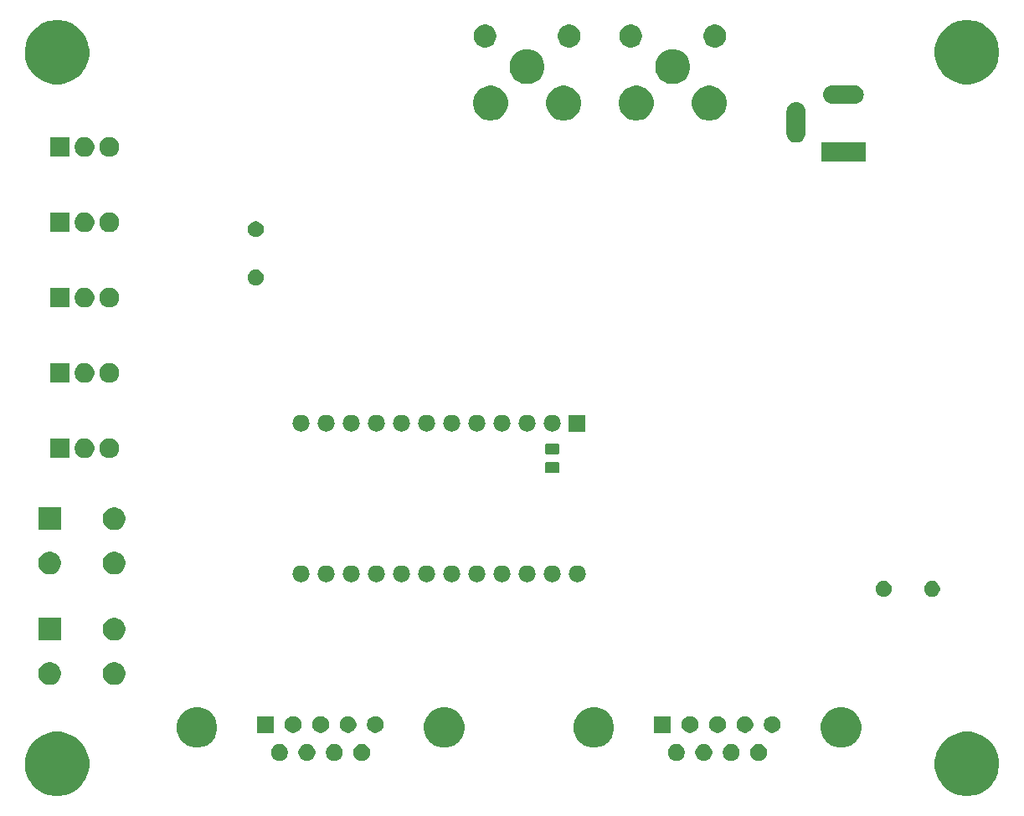
<source format=gbr>
G04 #@! TF.GenerationSoftware,KiCad,Pcbnew,5.0.2-bee76a0~70~ubuntu18.04.1*
G04 #@! TF.CreationDate,2020-01-13T15:24:33+02:00*
G04 #@! TF.ProjectId,videosport,76696465-6f73-4706-9f72-742e6b696361,rev?*
G04 #@! TF.SameCoordinates,Original*
G04 #@! TF.FileFunction,Soldermask,Bot*
G04 #@! TF.FilePolarity,Negative*
%FSLAX46Y46*%
G04 Gerber Fmt 4.6, Leading zero omitted, Abs format (unit mm)*
G04 Created by KiCad (PCBNEW 5.0.2-bee76a0~70~ubuntu18.04.1) date Пнд 13 янв 2020 15:24:33*
%MOMM*%
%LPD*%
G01*
G04 APERTURE LIST*
%ADD10C,0.100000*%
G04 APERTURE END LIST*
D10*
G36*
X205359728Y-126738147D02*
X205951682Y-126855894D01*
X206543326Y-127100961D01*
X206832923Y-127294464D01*
X207075795Y-127456746D01*
X207528614Y-127909565D01*
X207528616Y-127909568D01*
X207884399Y-128442034D01*
X208077332Y-128907816D01*
X208129466Y-129033679D01*
X208254400Y-129661763D01*
X208254400Y-130302157D01*
X208191933Y-130616199D01*
X208129466Y-130930242D01*
X207884399Y-131521886D01*
X207636665Y-131892645D01*
X207528614Y-132054355D01*
X207075795Y-132507174D01*
X207075792Y-132507176D01*
X206543326Y-132862959D01*
X205951682Y-133108026D01*
X205637639Y-133170493D01*
X205323597Y-133232960D01*
X204683203Y-133232960D01*
X204369161Y-133170493D01*
X204055118Y-133108026D01*
X203463474Y-132862959D01*
X202931008Y-132507176D01*
X202931005Y-132507174D01*
X202478186Y-132054355D01*
X202370135Y-131892645D01*
X202122401Y-131521886D01*
X201877334Y-130930242D01*
X201814867Y-130616199D01*
X201752400Y-130302157D01*
X201752400Y-129661763D01*
X201877334Y-129033679D01*
X201929468Y-128907816D01*
X202122401Y-128442034D01*
X202478184Y-127909568D01*
X202478186Y-127909565D01*
X202931005Y-127456746D01*
X203173877Y-127294464D01*
X203463474Y-127100961D01*
X204055118Y-126855894D01*
X204647072Y-126738147D01*
X204683203Y-126730960D01*
X205323597Y-126730960D01*
X205359728Y-126738147D01*
X205359728Y-126738147D01*
G37*
G36*
X113360928Y-126738147D02*
X113952882Y-126855894D01*
X114544526Y-127100961D01*
X114834123Y-127294464D01*
X115076995Y-127456746D01*
X115529814Y-127909565D01*
X115529816Y-127909568D01*
X115885599Y-128442034D01*
X116078532Y-128907816D01*
X116130666Y-129033679D01*
X116255600Y-129661763D01*
X116255600Y-130302157D01*
X116193133Y-130616199D01*
X116130666Y-130930242D01*
X115885599Y-131521886D01*
X115637865Y-131892645D01*
X115529814Y-132054355D01*
X115076995Y-132507174D01*
X115076992Y-132507176D01*
X114544526Y-132862959D01*
X113952882Y-133108026D01*
X113638839Y-133170493D01*
X113324797Y-133232960D01*
X112684403Y-133232960D01*
X112370361Y-133170493D01*
X112056318Y-133108026D01*
X111464674Y-132862959D01*
X110932208Y-132507176D01*
X110932205Y-132507174D01*
X110479386Y-132054355D01*
X110371335Y-131892645D01*
X110123601Y-131521886D01*
X109878534Y-130930242D01*
X109816067Y-130616199D01*
X109753600Y-130302157D01*
X109753600Y-129661763D01*
X109878534Y-129033679D01*
X109930668Y-128907816D01*
X110123601Y-128442034D01*
X110479384Y-127909568D01*
X110479386Y-127909565D01*
X110932205Y-127456746D01*
X111175077Y-127294464D01*
X111464674Y-127100961D01*
X112056318Y-126855894D01*
X112648272Y-126738147D01*
X112684403Y-126730960D01*
X113324797Y-126730960D01*
X113360928Y-126738147D01*
X113360928Y-126738147D01*
G37*
G36*
X181417228Y-128005703D02*
X181572100Y-128069853D01*
X181711481Y-128162985D01*
X181830015Y-128281519D01*
X181923147Y-128420900D01*
X181987297Y-128575772D01*
X182020000Y-128740184D01*
X182020000Y-128907816D01*
X181987297Y-129072228D01*
X181923147Y-129227100D01*
X181830015Y-129366481D01*
X181711481Y-129485015D01*
X181572100Y-129578147D01*
X181417228Y-129642297D01*
X181252816Y-129675000D01*
X181085184Y-129675000D01*
X180920772Y-129642297D01*
X180765900Y-129578147D01*
X180626519Y-129485015D01*
X180507985Y-129366481D01*
X180414853Y-129227100D01*
X180350703Y-129072228D01*
X180318000Y-128907816D01*
X180318000Y-128740184D01*
X180350703Y-128575772D01*
X180414853Y-128420900D01*
X180507985Y-128281519D01*
X180626519Y-128162985D01*
X180765900Y-128069853D01*
X180920772Y-128005703D01*
X181085184Y-127973000D01*
X181252816Y-127973000D01*
X181417228Y-128005703D01*
X181417228Y-128005703D01*
G37*
G36*
X184187228Y-128005703D02*
X184342100Y-128069853D01*
X184481481Y-128162985D01*
X184600015Y-128281519D01*
X184693147Y-128420900D01*
X184757297Y-128575772D01*
X184790000Y-128740184D01*
X184790000Y-128907816D01*
X184757297Y-129072228D01*
X184693147Y-129227100D01*
X184600015Y-129366481D01*
X184481481Y-129485015D01*
X184342100Y-129578147D01*
X184187228Y-129642297D01*
X184022816Y-129675000D01*
X183855184Y-129675000D01*
X183690772Y-129642297D01*
X183535900Y-129578147D01*
X183396519Y-129485015D01*
X183277985Y-129366481D01*
X183184853Y-129227100D01*
X183120703Y-129072228D01*
X183088000Y-128907816D01*
X183088000Y-128740184D01*
X183120703Y-128575772D01*
X183184853Y-128420900D01*
X183277985Y-128281519D01*
X183396519Y-128162985D01*
X183535900Y-128069853D01*
X183690772Y-128005703D01*
X183855184Y-127973000D01*
X184022816Y-127973000D01*
X184187228Y-128005703D01*
X184187228Y-128005703D01*
G37*
G36*
X138515228Y-128005703D02*
X138670100Y-128069853D01*
X138809481Y-128162985D01*
X138928015Y-128281519D01*
X139021147Y-128420900D01*
X139085297Y-128575772D01*
X139118000Y-128740184D01*
X139118000Y-128907816D01*
X139085297Y-129072228D01*
X139021147Y-129227100D01*
X138928015Y-129366481D01*
X138809481Y-129485015D01*
X138670100Y-129578147D01*
X138515228Y-129642297D01*
X138350816Y-129675000D01*
X138183184Y-129675000D01*
X138018772Y-129642297D01*
X137863900Y-129578147D01*
X137724519Y-129485015D01*
X137605985Y-129366481D01*
X137512853Y-129227100D01*
X137448703Y-129072228D01*
X137416000Y-128907816D01*
X137416000Y-128740184D01*
X137448703Y-128575772D01*
X137512853Y-128420900D01*
X137605985Y-128281519D01*
X137724519Y-128162985D01*
X137863900Y-128069853D01*
X138018772Y-128005703D01*
X138183184Y-127973000D01*
X138350816Y-127973000D01*
X138515228Y-128005703D01*
X138515228Y-128005703D01*
G37*
G36*
X141285228Y-128005703D02*
X141440100Y-128069853D01*
X141579481Y-128162985D01*
X141698015Y-128281519D01*
X141791147Y-128420900D01*
X141855297Y-128575772D01*
X141888000Y-128740184D01*
X141888000Y-128907816D01*
X141855297Y-129072228D01*
X141791147Y-129227100D01*
X141698015Y-129366481D01*
X141579481Y-129485015D01*
X141440100Y-129578147D01*
X141285228Y-129642297D01*
X141120816Y-129675000D01*
X140953184Y-129675000D01*
X140788772Y-129642297D01*
X140633900Y-129578147D01*
X140494519Y-129485015D01*
X140375985Y-129366481D01*
X140282853Y-129227100D01*
X140218703Y-129072228D01*
X140186000Y-128907816D01*
X140186000Y-128740184D01*
X140218703Y-128575772D01*
X140282853Y-128420900D01*
X140375985Y-128281519D01*
X140494519Y-128162985D01*
X140633900Y-128069853D01*
X140788772Y-128005703D01*
X140953184Y-127973000D01*
X141120816Y-127973000D01*
X141285228Y-128005703D01*
X141285228Y-128005703D01*
G37*
G36*
X144055228Y-128005703D02*
X144210100Y-128069853D01*
X144349481Y-128162985D01*
X144468015Y-128281519D01*
X144561147Y-128420900D01*
X144625297Y-128575772D01*
X144658000Y-128740184D01*
X144658000Y-128907816D01*
X144625297Y-129072228D01*
X144561147Y-129227100D01*
X144468015Y-129366481D01*
X144349481Y-129485015D01*
X144210100Y-129578147D01*
X144055228Y-129642297D01*
X143890816Y-129675000D01*
X143723184Y-129675000D01*
X143558772Y-129642297D01*
X143403900Y-129578147D01*
X143264519Y-129485015D01*
X143145985Y-129366481D01*
X143052853Y-129227100D01*
X142988703Y-129072228D01*
X142956000Y-128907816D01*
X142956000Y-128740184D01*
X142988703Y-128575772D01*
X143052853Y-128420900D01*
X143145985Y-128281519D01*
X143264519Y-128162985D01*
X143403900Y-128069853D01*
X143558772Y-128005703D01*
X143723184Y-127973000D01*
X143890816Y-127973000D01*
X144055228Y-128005703D01*
X144055228Y-128005703D01*
G37*
G36*
X135745228Y-128005703D02*
X135900100Y-128069853D01*
X136039481Y-128162985D01*
X136158015Y-128281519D01*
X136251147Y-128420900D01*
X136315297Y-128575772D01*
X136348000Y-128740184D01*
X136348000Y-128907816D01*
X136315297Y-129072228D01*
X136251147Y-129227100D01*
X136158015Y-129366481D01*
X136039481Y-129485015D01*
X135900100Y-129578147D01*
X135745228Y-129642297D01*
X135580816Y-129675000D01*
X135413184Y-129675000D01*
X135248772Y-129642297D01*
X135093900Y-129578147D01*
X134954519Y-129485015D01*
X134835985Y-129366481D01*
X134742853Y-129227100D01*
X134678703Y-129072228D01*
X134646000Y-128907816D01*
X134646000Y-128740184D01*
X134678703Y-128575772D01*
X134742853Y-128420900D01*
X134835985Y-128281519D01*
X134954519Y-128162985D01*
X135093900Y-128069853D01*
X135248772Y-128005703D01*
X135413184Y-127973000D01*
X135580816Y-127973000D01*
X135745228Y-128005703D01*
X135745228Y-128005703D01*
G37*
G36*
X178647228Y-128005703D02*
X178802100Y-128069853D01*
X178941481Y-128162985D01*
X179060015Y-128281519D01*
X179153147Y-128420900D01*
X179217297Y-128575772D01*
X179250000Y-128740184D01*
X179250000Y-128907816D01*
X179217297Y-129072228D01*
X179153147Y-129227100D01*
X179060015Y-129366481D01*
X178941481Y-129485015D01*
X178802100Y-129578147D01*
X178647228Y-129642297D01*
X178482816Y-129675000D01*
X178315184Y-129675000D01*
X178150772Y-129642297D01*
X177995900Y-129578147D01*
X177856519Y-129485015D01*
X177737985Y-129366481D01*
X177644853Y-129227100D01*
X177580703Y-129072228D01*
X177548000Y-128907816D01*
X177548000Y-128740184D01*
X177580703Y-128575772D01*
X177644853Y-128420900D01*
X177737985Y-128281519D01*
X177856519Y-128162985D01*
X177995900Y-128069853D01*
X178150772Y-128005703D01*
X178315184Y-127973000D01*
X178482816Y-127973000D01*
X178647228Y-128005703D01*
X178647228Y-128005703D01*
G37*
G36*
X175877228Y-128005703D02*
X176032100Y-128069853D01*
X176171481Y-128162985D01*
X176290015Y-128281519D01*
X176383147Y-128420900D01*
X176447297Y-128575772D01*
X176480000Y-128740184D01*
X176480000Y-128907816D01*
X176447297Y-129072228D01*
X176383147Y-129227100D01*
X176290015Y-129366481D01*
X176171481Y-129485015D01*
X176032100Y-129578147D01*
X175877228Y-129642297D01*
X175712816Y-129675000D01*
X175545184Y-129675000D01*
X175380772Y-129642297D01*
X175225900Y-129578147D01*
X175086519Y-129485015D01*
X174967985Y-129366481D01*
X174874853Y-129227100D01*
X174810703Y-129072228D01*
X174778000Y-128907816D01*
X174778000Y-128740184D01*
X174810703Y-128575772D01*
X174874853Y-128420900D01*
X174967985Y-128281519D01*
X175086519Y-128162985D01*
X175225900Y-128069853D01*
X175380772Y-128005703D01*
X175545184Y-127973000D01*
X175712816Y-127973000D01*
X175877228Y-128005703D01*
X175877228Y-128005703D01*
G37*
G36*
X127750252Y-124311818D02*
X127750254Y-124311819D01*
X127750255Y-124311819D01*
X128123513Y-124466427D01*
X128123514Y-124466428D01*
X128459439Y-124690886D01*
X128745114Y-124976561D01*
X128745116Y-124976564D01*
X128969573Y-125312487D01*
X129080753Y-125580900D01*
X129124182Y-125685748D01*
X129203000Y-126081993D01*
X129203000Y-126486007D01*
X129171372Y-126645014D01*
X129124181Y-126882255D01*
X128969573Y-127255513D01*
X128894190Y-127368331D01*
X128745114Y-127591439D01*
X128459439Y-127877114D01*
X128459436Y-127877116D01*
X128123513Y-128101573D01*
X127750255Y-128256181D01*
X127750254Y-128256181D01*
X127750252Y-128256182D01*
X127354007Y-128335000D01*
X126949993Y-128335000D01*
X126553748Y-128256182D01*
X126553746Y-128256181D01*
X126553745Y-128256181D01*
X126180487Y-128101573D01*
X125844564Y-127877116D01*
X125844561Y-127877114D01*
X125558886Y-127591439D01*
X125409810Y-127368331D01*
X125334427Y-127255513D01*
X125179819Y-126882255D01*
X125132629Y-126645014D01*
X125101000Y-126486007D01*
X125101000Y-126081993D01*
X125179818Y-125685748D01*
X125223247Y-125580900D01*
X125334427Y-125312487D01*
X125558884Y-124976564D01*
X125558886Y-124976561D01*
X125844561Y-124690886D01*
X126180486Y-124466428D01*
X126180487Y-124466427D01*
X126553745Y-124311819D01*
X126553746Y-124311819D01*
X126553748Y-124311818D01*
X126949993Y-124233000D01*
X127354007Y-124233000D01*
X127750252Y-124311818D01*
X127750252Y-124311818D01*
G37*
G36*
X192882252Y-124311818D02*
X192882254Y-124311819D01*
X192882255Y-124311819D01*
X193255513Y-124466427D01*
X193255514Y-124466428D01*
X193591439Y-124690886D01*
X193877114Y-124976561D01*
X193877116Y-124976564D01*
X194101573Y-125312487D01*
X194212753Y-125580900D01*
X194256182Y-125685748D01*
X194335000Y-126081993D01*
X194335000Y-126486007D01*
X194303372Y-126645014D01*
X194256181Y-126882255D01*
X194101573Y-127255513D01*
X194026190Y-127368331D01*
X193877114Y-127591439D01*
X193591439Y-127877114D01*
X193591436Y-127877116D01*
X193255513Y-128101573D01*
X192882255Y-128256181D01*
X192882254Y-128256181D01*
X192882252Y-128256182D01*
X192486007Y-128335000D01*
X192081993Y-128335000D01*
X191685748Y-128256182D01*
X191685746Y-128256181D01*
X191685745Y-128256181D01*
X191312487Y-128101573D01*
X190976564Y-127877116D01*
X190976561Y-127877114D01*
X190690886Y-127591439D01*
X190541810Y-127368331D01*
X190466427Y-127255513D01*
X190311819Y-126882255D01*
X190264629Y-126645014D01*
X190233000Y-126486007D01*
X190233000Y-126081993D01*
X190311818Y-125685748D01*
X190355247Y-125580900D01*
X190466427Y-125312487D01*
X190690884Y-124976564D01*
X190690886Y-124976561D01*
X190976561Y-124690886D01*
X191312486Y-124466428D01*
X191312487Y-124466427D01*
X191685745Y-124311819D01*
X191685746Y-124311819D01*
X191685748Y-124311818D01*
X192081993Y-124233000D01*
X192486007Y-124233000D01*
X192882252Y-124311818D01*
X192882252Y-124311818D01*
G37*
G36*
X167882252Y-124311818D02*
X167882254Y-124311819D01*
X167882255Y-124311819D01*
X168255513Y-124466427D01*
X168255514Y-124466428D01*
X168591439Y-124690886D01*
X168877114Y-124976561D01*
X168877116Y-124976564D01*
X169101573Y-125312487D01*
X169212753Y-125580900D01*
X169256182Y-125685748D01*
X169335000Y-126081993D01*
X169335000Y-126486007D01*
X169303372Y-126645014D01*
X169256181Y-126882255D01*
X169101573Y-127255513D01*
X169026190Y-127368331D01*
X168877114Y-127591439D01*
X168591439Y-127877114D01*
X168591436Y-127877116D01*
X168255513Y-128101573D01*
X167882255Y-128256181D01*
X167882254Y-128256181D01*
X167882252Y-128256182D01*
X167486007Y-128335000D01*
X167081993Y-128335000D01*
X166685748Y-128256182D01*
X166685746Y-128256181D01*
X166685745Y-128256181D01*
X166312487Y-128101573D01*
X165976564Y-127877116D01*
X165976561Y-127877114D01*
X165690886Y-127591439D01*
X165541810Y-127368331D01*
X165466427Y-127255513D01*
X165311819Y-126882255D01*
X165264629Y-126645014D01*
X165233000Y-126486007D01*
X165233000Y-126081993D01*
X165311818Y-125685748D01*
X165355247Y-125580900D01*
X165466427Y-125312487D01*
X165690884Y-124976564D01*
X165690886Y-124976561D01*
X165976561Y-124690886D01*
X166312486Y-124466428D01*
X166312487Y-124466427D01*
X166685745Y-124311819D01*
X166685746Y-124311819D01*
X166685748Y-124311818D01*
X167081993Y-124233000D01*
X167486007Y-124233000D01*
X167882252Y-124311818D01*
X167882252Y-124311818D01*
G37*
G36*
X152750252Y-124311818D02*
X152750254Y-124311819D01*
X152750255Y-124311819D01*
X153123513Y-124466427D01*
X153123514Y-124466428D01*
X153459439Y-124690886D01*
X153745114Y-124976561D01*
X153745116Y-124976564D01*
X153969573Y-125312487D01*
X154080753Y-125580900D01*
X154124182Y-125685748D01*
X154203000Y-126081993D01*
X154203000Y-126486007D01*
X154171372Y-126645014D01*
X154124181Y-126882255D01*
X153969573Y-127255513D01*
X153894190Y-127368331D01*
X153745114Y-127591439D01*
X153459439Y-127877114D01*
X153459436Y-127877116D01*
X153123513Y-128101573D01*
X152750255Y-128256181D01*
X152750254Y-128256181D01*
X152750252Y-128256182D01*
X152354007Y-128335000D01*
X151949993Y-128335000D01*
X151553748Y-128256182D01*
X151553746Y-128256181D01*
X151553745Y-128256181D01*
X151180487Y-128101573D01*
X150844564Y-127877116D01*
X150844561Y-127877114D01*
X150558886Y-127591439D01*
X150409810Y-127368331D01*
X150334427Y-127255513D01*
X150179819Y-126882255D01*
X150132629Y-126645014D01*
X150101000Y-126486007D01*
X150101000Y-126081993D01*
X150179818Y-125685748D01*
X150223247Y-125580900D01*
X150334427Y-125312487D01*
X150558884Y-124976564D01*
X150558886Y-124976561D01*
X150844561Y-124690886D01*
X151180486Y-124466428D01*
X151180487Y-124466427D01*
X151553745Y-124311819D01*
X151553746Y-124311819D01*
X151553748Y-124311818D01*
X151949993Y-124233000D01*
X152354007Y-124233000D01*
X152750252Y-124311818D01*
X152750252Y-124311818D01*
G37*
G36*
X182802228Y-125165703D02*
X182957100Y-125229853D01*
X183096481Y-125322985D01*
X183215015Y-125441519D01*
X183308147Y-125580900D01*
X183372297Y-125735772D01*
X183405000Y-125900184D01*
X183405000Y-126067816D01*
X183372297Y-126232228D01*
X183308147Y-126387100D01*
X183215015Y-126526481D01*
X183096481Y-126645015D01*
X182957100Y-126738147D01*
X182802228Y-126802297D01*
X182637816Y-126835000D01*
X182470184Y-126835000D01*
X182305772Y-126802297D01*
X182150900Y-126738147D01*
X182011519Y-126645015D01*
X181892985Y-126526481D01*
X181799853Y-126387100D01*
X181735703Y-126232228D01*
X181703000Y-126067816D01*
X181703000Y-125900184D01*
X181735703Y-125735772D01*
X181799853Y-125580900D01*
X181892985Y-125441519D01*
X182011519Y-125322985D01*
X182150900Y-125229853D01*
X182305772Y-125165703D01*
X182470184Y-125133000D01*
X182637816Y-125133000D01*
X182802228Y-125165703D01*
X182802228Y-125165703D01*
G37*
G36*
X180032228Y-125165703D02*
X180187100Y-125229853D01*
X180326481Y-125322985D01*
X180445015Y-125441519D01*
X180538147Y-125580900D01*
X180602297Y-125735772D01*
X180635000Y-125900184D01*
X180635000Y-126067816D01*
X180602297Y-126232228D01*
X180538147Y-126387100D01*
X180445015Y-126526481D01*
X180326481Y-126645015D01*
X180187100Y-126738147D01*
X180032228Y-126802297D01*
X179867816Y-126835000D01*
X179700184Y-126835000D01*
X179535772Y-126802297D01*
X179380900Y-126738147D01*
X179241519Y-126645015D01*
X179122985Y-126526481D01*
X179029853Y-126387100D01*
X178965703Y-126232228D01*
X178933000Y-126067816D01*
X178933000Y-125900184D01*
X178965703Y-125735772D01*
X179029853Y-125580900D01*
X179122985Y-125441519D01*
X179241519Y-125322985D01*
X179380900Y-125229853D01*
X179535772Y-125165703D01*
X179700184Y-125133000D01*
X179867816Y-125133000D01*
X180032228Y-125165703D01*
X180032228Y-125165703D01*
G37*
G36*
X177262228Y-125165703D02*
X177417100Y-125229853D01*
X177556481Y-125322985D01*
X177675015Y-125441519D01*
X177768147Y-125580900D01*
X177832297Y-125735772D01*
X177865000Y-125900184D01*
X177865000Y-126067816D01*
X177832297Y-126232228D01*
X177768147Y-126387100D01*
X177675015Y-126526481D01*
X177556481Y-126645015D01*
X177417100Y-126738147D01*
X177262228Y-126802297D01*
X177097816Y-126835000D01*
X176930184Y-126835000D01*
X176765772Y-126802297D01*
X176610900Y-126738147D01*
X176471519Y-126645015D01*
X176352985Y-126526481D01*
X176259853Y-126387100D01*
X176195703Y-126232228D01*
X176163000Y-126067816D01*
X176163000Y-125900184D01*
X176195703Y-125735772D01*
X176259853Y-125580900D01*
X176352985Y-125441519D01*
X176471519Y-125322985D01*
X176610900Y-125229853D01*
X176765772Y-125165703D01*
X176930184Y-125133000D01*
X177097816Y-125133000D01*
X177262228Y-125165703D01*
X177262228Y-125165703D01*
G37*
G36*
X145440228Y-125165703D02*
X145595100Y-125229853D01*
X145734481Y-125322985D01*
X145853015Y-125441519D01*
X145946147Y-125580900D01*
X146010297Y-125735772D01*
X146043000Y-125900184D01*
X146043000Y-126067816D01*
X146010297Y-126232228D01*
X145946147Y-126387100D01*
X145853015Y-126526481D01*
X145734481Y-126645015D01*
X145595100Y-126738147D01*
X145440228Y-126802297D01*
X145275816Y-126835000D01*
X145108184Y-126835000D01*
X144943772Y-126802297D01*
X144788900Y-126738147D01*
X144649519Y-126645015D01*
X144530985Y-126526481D01*
X144437853Y-126387100D01*
X144373703Y-126232228D01*
X144341000Y-126067816D01*
X144341000Y-125900184D01*
X144373703Y-125735772D01*
X144437853Y-125580900D01*
X144530985Y-125441519D01*
X144649519Y-125322985D01*
X144788900Y-125229853D01*
X144943772Y-125165703D01*
X145108184Y-125133000D01*
X145275816Y-125133000D01*
X145440228Y-125165703D01*
X145440228Y-125165703D01*
G37*
G36*
X142670228Y-125165703D02*
X142825100Y-125229853D01*
X142964481Y-125322985D01*
X143083015Y-125441519D01*
X143176147Y-125580900D01*
X143240297Y-125735772D01*
X143273000Y-125900184D01*
X143273000Y-126067816D01*
X143240297Y-126232228D01*
X143176147Y-126387100D01*
X143083015Y-126526481D01*
X142964481Y-126645015D01*
X142825100Y-126738147D01*
X142670228Y-126802297D01*
X142505816Y-126835000D01*
X142338184Y-126835000D01*
X142173772Y-126802297D01*
X142018900Y-126738147D01*
X141879519Y-126645015D01*
X141760985Y-126526481D01*
X141667853Y-126387100D01*
X141603703Y-126232228D01*
X141571000Y-126067816D01*
X141571000Y-125900184D01*
X141603703Y-125735772D01*
X141667853Y-125580900D01*
X141760985Y-125441519D01*
X141879519Y-125322985D01*
X142018900Y-125229853D01*
X142173772Y-125165703D01*
X142338184Y-125133000D01*
X142505816Y-125133000D01*
X142670228Y-125165703D01*
X142670228Y-125165703D01*
G37*
G36*
X139900228Y-125165703D02*
X140055100Y-125229853D01*
X140194481Y-125322985D01*
X140313015Y-125441519D01*
X140406147Y-125580900D01*
X140470297Y-125735772D01*
X140503000Y-125900184D01*
X140503000Y-126067816D01*
X140470297Y-126232228D01*
X140406147Y-126387100D01*
X140313015Y-126526481D01*
X140194481Y-126645015D01*
X140055100Y-126738147D01*
X139900228Y-126802297D01*
X139735816Y-126835000D01*
X139568184Y-126835000D01*
X139403772Y-126802297D01*
X139248900Y-126738147D01*
X139109519Y-126645015D01*
X138990985Y-126526481D01*
X138897853Y-126387100D01*
X138833703Y-126232228D01*
X138801000Y-126067816D01*
X138801000Y-125900184D01*
X138833703Y-125735772D01*
X138897853Y-125580900D01*
X138990985Y-125441519D01*
X139109519Y-125322985D01*
X139248900Y-125229853D01*
X139403772Y-125165703D01*
X139568184Y-125133000D01*
X139735816Y-125133000D01*
X139900228Y-125165703D01*
X139900228Y-125165703D01*
G37*
G36*
X134963000Y-126835000D02*
X133261000Y-126835000D01*
X133261000Y-125133000D01*
X134963000Y-125133000D01*
X134963000Y-126835000D01*
X134963000Y-126835000D01*
G37*
G36*
X137130228Y-125165703D02*
X137285100Y-125229853D01*
X137424481Y-125322985D01*
X137543015Y-125441519D01*
X137636147Y-125580900D01*
X137700297Y-125735772D01*
X137733000Y-125900184D01*
X137733000Y-126067816D01*
X137700297Y-126232228D01*
X137636147Y-126387100D01*
X137543015Y-126526481D01*
X137424481Y-126645015D01*
X137285100Y-126738147D01*
X137130228Y-126802297D01*
X136965816Y-126835000D01*
X136798184Y-126835000D01*
X136633772Y-126802297D01*
X136478900Y-126738147D01*
X136339519Y-126645015D01*
X136220985Y-126526481D01*
X136127853Y-126387100D01*
X136063703Y-126232228D01*
X136031000Y-126067816D01*
X136031000Y-125900184D01*
X136063703Y-125735772D01*
X136127853Y-125580900D01*
X136220985Y-125441519D01*
X136339519Y-125322985D01*
X136478900Y-125229853D01*
X136633772Y-125165703D01*
X136798184Y-125133000D01*
X136965816Y-125133000D01*
X137130228Y-125165703D01*
X137130228Y-125165703D01*
G37*
G36*
X185572228Y-125165703D02*
X185727100Y-125229853D01*
X185866481Y-125322985D01*
X185985015Y-125441519D01*
X186078147Y-125580900D01*
X186142297Y-125735772D01*
X186175000Y-125900184D01*
X186175000Y-126067816D01*
X186142297Y-126232228D01*
X186078147Y-126387100D01*
X185985015Y-126526481D01*
X185866481Y-126645015D01*
X185727100Y-126738147D01*
X185572228Y-126802297D01*
X185407816Y-126835000D01*
X185240184Y-126835000D01*
X185075772Y-126802297D01*
X184920900Y-126738147D01*
X184781519Y-126645015D01*
X184662985Y-126526481D01*
X184569853Y-126387100D01*
X184505703Y-126232228D01*
X184473000Y-126067816D01*
X184473000Y-125900184D01*
X184505703Y-125735772D01*
X184569853Y-125580900D01*
X184662985Y-125441519D01*
X184781519Y-125322985D01*
X184920900Y-125229853D01*
X185075772Y-125165703D01*
X185240184Y-125133000D01*
X185407816Y-125133000D01*
X185572228Y-125165703D01*
X185572228Y-125165703D01*
G37*
G36*
X175095000Y-126835000D02*
X173393000Y-126835000D01*
X173393000Y-125133000D01*
X175095000Y-125133000D01*
X175095000Y-126835000D01*
X175095000Y-126835000D01*
G37*
G36*
X112603734Y-119725232D02*
X112813202Y-119811996D01*
X113001723Y-119937962D01*
X113162038Y-120098277D01*
X113288004Y-120286798D01*
X113374768Y-120496266D01*
X113419000Y-120718635D01*
X113419000Y-120945365D01*
X113374768Y-121167734D01*
X113288004Y-121377202D01*
X113162038Y-121565723D01*
X113001723Y-121726038D01*
X112813202Y-121852004D01*
X112603734Y-121938768D01*
X112381365Y-121983000D01*
X112154635Y-121983000D01*
X111932266Y-121938768D01*
X111722798Y-121852004D01*
X111534277Y-121726038D01*
X111373962Y-121565723D01*
X111247996Y-121377202D01*
X111161232Y-121167734D01*
X111117000Y-120945365D01*
X111117000Y-120718635D01*
X111161232Y-120496266D01*
X111247996Y-120286798D01*
X111373962Y-120098277D01*
X111534277Y-119937962D01*
X111722798Y-119811996D01*
X111932266Y-119725232D01*
X112154635Y-119681000D01*
X112381365Y-119681000D01*
X112603734Y-119725232D01*
X112603734Y-119725232D01*
G37*
G36*
X119103734Y-119725232D02*
X119313202Y-119811996D01*
X119501723Y-119937962D01*
X119662038Y-120098277D01*
X119788004Y-120286798D01*
X119874768Y-120496266D01*
X119919000Y-120718635D01*
X119919000Y-120945365D01*
X119874768Y-121167734D01*
X119788004Y-121377202D01*
X119662038Y-121565723D01*
X119501723Y-121726038D01*
X119313202Y-121852004D01*
X119103734Y-121938768D01*
X118881365Y-121983000D01*
X118654635Y-121983000D01*
X118432266Y-121938768D01*
X118222798Y-121852004D01*
X118034277Y-121726038D01*
X117873962Y-121565723D01*
X117747996Y-121377202D01*
X117661232Y-121167734D01*
X117617000Y-120945365D01*
X117617000Y-120718635D01*
X117661232Y-120496266D01*
X117747996Y-120286798D01*
X117873962Y-120098277D01*
X118034277Y-119937962D01*
X118222798Y-119811996D01*
X118432266Y-119725232D01*
X118654635Y-119681000D01*
X118881365Y-119681000D01*
X119103734Y-119725232D01*
X119103734Y-119725232D01*
G37*
G36*
X119103734Y-115225232D02*
X119313202Y-115311996D01*
X119501723Y-115437962D01*
X119662038Y-115598277D01*
X119788004Y-115786798D01*
X119874768Y-115996266D01*
X119919000Y-116218635D01*
X119919000Y-116445365D01*
X119874768Y-116667734D01*
X119788004Y-116877202D01*
X119662038Y-117065723D01*
X119501723Y-117226038D01*
X119313202Y-117352004D01*
X119103734Y-117438768D01*
X118881365Y-117483000D01*
X118654635Y-117483000D01*
X118432266Y-117438768D01*
X118222798Y-117352004D01*
X118034277Y-117226038D01*
X117873962Y-117065723D01*
X117747996Y-116877202D01*
X117661232Y-116667734D01*
X117617000Y-116445365D01*
X117617000Y-116218635D01*
X117661232Y-115996266D01*
X117747996Y-115786798D01*
X117873962Y-115598277D01*
X118034277Y-115437962D01*
X118222798Y-115311996D01*
X118432266Y-115225232D01*
X118654635Y-115181000D01*
X118881365Y-115181000D01*
X119103734Y-115225232D01*
X119103734Y-115225232D01*
G37*
G36*
X113419000Y-117483000D02*
X111117000Y-117483000D01*
X111117000Y-115181000D01*
X113419000Y-115181000D01*
X113419000Y-117483000D01*
X113419000Y-117483000D01*
G37*
G36*
X196829643Y-111497781D02*
X196975415Y-111558162D01*
X197106611Y-111645824D01*
X197218176Y-111757389D01*
X197305838Y-111888585D01*
X197366219Y-112034357D01*
X197397000Y-112189107D01*
X197397000Y-112346893D01*
X197366219Y-112501643D01*
X197305838Y-112647415D01*
X197218176Y-112778611D01*
X197106611Y-112890176D01*
X196975415Y-112977838D01*
X196829643Y-113038219D01*
X196674893Y-113069000D01*
X196517107Y-113069000D01*
X196362357Y-113038219D01*
X196216585Y-112977838D01*
X196085389Y-112890176D01*
X195973824Y-112778611D01*
X195886162Y-112647415D01*
X195825781Y-112501643D01*
X195795000Y-112346893D01*
X195795000Y-112189107D01*
X195825781Y-112034357D01*
X195886162Y-111888585D01*
X195973824Y-111757389D01*
X196085389Y-111645824D01*
X196216585Y-111558162D01*
X196362357Y-111497781D01*
X196517107Y-111467000D01*
X196674893Y-111467000D01*
X196829643Y-111497781D01*
X196829643Y-111497781D01*
G37*
G36*
X201709643Y-111497781D02*
X201855415Y-111558162D01*
X201986611Y-111645824D01*
X202098176Y-111757389D01*
X202185838Y-111888585D01*
X202246219Y-112034357D01*
X202277000Y-112189107D01*
X202277000Y-112346893D01*
X202246219Y-112501643D01*
X202185838Y-112647415D01*
X202098176Y-112778611D01*
X201986611Y-112890176D01*
X201855415Y-112977838D01*
X201709643Y-113038219D01*
X201554893Y-113069000D01*
X201397107Y-113069000D01*
X201242357Y-113038219D01*
X201096585Y-112977838D01*
X200965389Y-112890176D01*
X200853824Y-112778611D01*
X200766162Y-112647415D01*
X200705781Y-112501643D01*
X200675000Y-112346893D01*
X200675000Y-112189107D01*
X200705781Y-112034357D01*
X200766162Y-111888585D01*
X200853824Y-111757389D01*
X200965389Y-111645824D01*
X201096585Y-111558162D01*
X201242357Y-111497781D01*
X201397107Y-111467000D01*
X201554893Y-111467000D01*
X201709643Y-111497781D01*
X201709643Y-111497781D01*
G37*
G36*
X150534821Y-109905313D02*
X150534824Y-109905314D01*
X150534825Y-109905314D01*
X150695239Y-109953975D01*
X150695241Y-109953976D01*
X150695244Y-109953977D01*
X150843078Y-110032995D01*
X150972659Y-110139341D01*
X151079005Y-110268922D01*
X151158023Y-110416756D01*
X151158024Y-110416759D01*
X151158025Y-110416761D01*
X151206686Y-110577175D01*
X151206687Y-110577179D01*
X151223117Y-110744000D01*
X151206687Y-110910821D01*
X151158023Y-111071244D01*
X151079005Y-111219078D01*
X150972659Y-111348659D01*
X150843078Y-111455005D01*
X150695244Y-111534023D01*
X150695241Y-111534024D01*
X150695239Y-111534025D01*
X150534825Y-111582686D01*
X150534824Y-111582686D01*
X150534821Y-111582687D01*
X150409804Y-111595000D01*
X150326196Y-111595000D01*
X150201179Y-111582687D01*
X150201176Y-111582686D01*
X150201175Y-111582686D01*
X150040761Y-111534025D01*
X150040759Y-111534024D01*
X150040756Y-111534023D01*
X149892922Y-111455005D01*
X149763341Y-111348659D01*
X149656995Y-111219078D01*
X149577977Y-111071244D01*
X149529313Y-110910821D01*
X149512883Y-110744000D01*
X149529313Y-110577179D01*
X149529314Y-110577175D01*
X149577975Y-110416761D01*
X149577976Y-110416759D01*
X149577977Y-110416756D01*
X149656995Y-110268922D01*
X149763341Y-110139341D01*
X149892922Y-110032995D01*
X150040756Y-109953977D01*
X150040759Y-109953976D01*
X150040761Y-109953975D01*
X150201175Y-109905314D01*
X150201176Y-109905314D01*
X150201179Y-109905313D01*
X150326196Y-109893000D01*
X150409804Y-109893000D01*
X150534821Y-109905313D01*
X150534821Y-109905313D01*
G37*
G36*
X147994821Y-109905313D02*
X147994824Y-109905314D01*
X147994825Y-109905314D01*
X148155239Y-109953975D01*
X148155241Y-109953976D01*
X148155244Y-109953977D01*
X148303078Y-110032995D01*
X148432659Y-110139341D01*
X148539005Y-110268922D01*
X148618023Y-110416756D01*
X148618024Y-110416759D01*
X148618025Y-110416761D01*
X148666686Y-110577175D01*
X148666687Y-110577179D01*
X148683117Y-110744000D01*
X148666687Y-110910821D01*
X148618023Y-111071244D01*
X148539005Y-111219078D01*
X148432659Y-111348659D01*
X148303078Y-111455005D01*
X148155244Y-111534023D01*
X148155241Y-111534024D01*
X148155239Y-111534025D01*
X147994825Y-111582686D01*
X147994824Y-111582686D01*
X147994821Y-111582687D01*
X147869804Y-111595000D01*
X147786196Y-111595000D01*
X147661179Y-111582687D01*
X147661176Y-111582686D01*
X147661175Y-111582686D01*
X147500761Y-111534025D01*
X147500759Y-111534024D01*
X147500756Y-111534023D01*
X147352922Y-111455005D01*
X147223341Y-111348659D01*
X147116995Y-111219078D01*
X147037977Y-111071244D01*
X146989313Y-110910821D01*
X146972883Y-110744000D01*
X146989313Y-110577179D01*
X146989314Y-110577175D01*
X147037975Y-110416761D01*
X147037976Y-110416759D01*
X147037977Y-110416756D01*
X147116995Y-110268922D01*
X147223341Y-110139341D01*
X147352922Y-110032995D01*
X147500756Y-109953977D01*
X147500759Y-109953976D01*
X147500761Y-109953975D01*
X147661175Y-109905314D01*
X147661176Y-109905314D01*
X147661179Y-109905313D01*
X147786196Y-109893000D01*
X147869804Y-109893000D01*
X147994821Y-109905313D01*
X147994821Y-109905313D01*
G37*
G36*
X145454821Y-109905313D02*
X145454824Y-109905314D01*
X145454825Y-109905314D01*
X145615239Y-109953975D01*
X145615241Y-109953976D01*
X145615244Y-109953977D01*
X145763078Y-110032995D01*
X145892659Y-110139341D01*
X145999005Y-110268922D01*
X146078023Y-110416756D01*
X146078024Y-110416759D01*
X146078025Y-110416761D01*
X146126686Y-110577175D01*
X146126687Y-110577179D01*
X146143117Y-110744000D01*
X146126687Y-110910821D01*
X146078023Y-111071244D01*
X145999005Y-111219078D01*
X145892659Y-111348659D01*
X145763078Y-111455005D01*
X145615244Y-111534023D01*
X145615241Y-111534024D01*
X145615239Y-111534025D01*
X145454825Y-111582686D01*
X145454824Y-111582686D01*
X145454821Y-111582687D01*
X145329804Y-111595000D01*
X145246196Y-111595000D01*
X145121179Y-111582687D01*
X145121176Y-111582686D01*
X145121175Y-111582686D01*
X144960761Y-111534025D01*
X144960759Y-111534024D01*
X144960756Y-111534023D01*
X144812922Y-111455005D01*
X144683341Y-111348659D01*
X144576995Y-111219078D01*
X144497977Y-111071244D01*
X144449313Y-110910821D01*
X144432883Y-110744000D01*
X144449313Y-110577179D01*
X144449314Y-110577175D01*
X144497975Y-110416761D01*
X144497976Y-110416759D01*
X144497977Y-110416756D01*
X144576995Y-110268922D01*
X144683341Y-110139341D01*
X144812922Y-110032995D01*
X144960756Y-109953977D01*
X144960759Y-109953976D01*
X144960761Y-109953975D01*
X145121175Y-109905314D01*
X145121176Y-109905314D01*
X145121179Y-109905313D01*
X145246196Y-109893000D01*
X145329804Y-109893000D01*
X145454821Y-109905313D01*
X145454821Y-109905313D01*
G37*
G36*
X140374821Y-109905313D02*
X140374824Y-109905314D01*
X140374825Y-109905314D01*
X140535239Y-109953975D01*
X140535241Y-109953976D01*
X140535244Y-109953977D01*
X140683078Y-110032995D01*
X140812659Y-110139341D01*
X140919005Y-110268922D01*
X140998023Y-110416756D01*
X140998024Y-110416759D01*
X140998025Y-110416761D01*
X141046686Y-110577175D01*
X141046687Y-110577179D01*
X141063117Y-110744000D01*
X141046687Y-110910821D01*
X140998023Y-111071244D01*
X140919005Y-111219078D01*
X140812659Y-111348659D01*
X140683078Y-111455005D01*
X140535244Y-111534023D01*
X140535241Y-111534024D01*
X140535239Y-111534025D01*
X140374825Y-111582686D01*
X140374824Y-111582686D01*
X140374821Y-111582687D01*
X140249804Y-111595000D01*
X140166196Y-111595000D01*
X140041179Y-111582687D01*
X140041176Y-111582686D01*
X140041175Y-111582686D01*
X139880761Y-111534025D01*
X139880759Y-111534024D01*
X139880756Y-111534023D01*
X139732922Y-111455005D01*
X139603341Y-111348659D01*
X139496995Y-111219078D01*
X139417977Y-111071244D01*
X139369313Y-110910821D01*
X139352883Y-110744000D01*
X139369313Y-110577179D01*
X139369314Y-110577175D01*
X139417975Y-110416761D01*
X139417976Y-110416759D01*
X139417977Y-110416756D01*
X139496995Y-110268922D01*
X139603341Y-110139341D01*
X139732922Y-110032995D01*
X139880756Y-109953977D01*
X139880759Y-109953976D01*
X139880761Y-109953975D01*
X140041175Y-109905314D01*
X140041176Y-109905314D01*
X140041179Y-109905313D01*
X140166196Y-109893000D01*
X140249804Y-109893000D01*
X140374821Y-109905313D01*
X140374821Y-109905313D01*
G37*
G36*
X137834821Y-109905313D02*
X137834824Y-109905314D01*
X137834825Y-109905314D01*
X137995239Y-109953975D01*
X137995241Y-109953976D01*
X137995244Y-109953977D01*
X138143078Y-110032995D01*
X138272659Y-110139341D01*
X138379005Y-110268922D01*
X138458023Y-110416756D01*
X138458024Y-110416759D01*
X138458025Y-110416761D01*
X138506686Y-110577175D01*
X138506687Y-110577179D01*
X138523117Y-110744000D01*
X138506687Y-110910821D01*
X138458023Y-111071244D01*
X138379005Y-111219078D01*
X138272659Y-111348659D01*
X138143078Y-111455005D01*
X137995244Y-111534023D01*
X137995241Y-111534024D01*
X137995239Y-111534025D01*
X137834825Y-111582686D01*
X137834824Y-111582686D01*
X137834821Y-111582687D01*
X137709804Y-111595000D01*
X137626196Y-111595000D01*
X137501179Y-111582687D01*
X137501176Y-111582686D01*
X137501175Y-111582686D01*
X137340761Y-111534025D01*
X137340759Y-111534024D01*
X137340756Y-111534023D01*
X137192922Y-111455005D01*
X137063341Y-111348659D01*
X136956995Y-111219078D01*
X136877977Y-111071244D01*
X136829313Y-110910821D01*
X136812883Y-110744000D01*
X136829313Y-110577179D01*
X136829314Y-110577175D01*
X136877975Y-110416761D01*
X136877976Y-110416759D01*
X136877977Y-110416756D01*
X136956995Y-110268922D01*
X137063341Y-110139341D01*
X137192922Y-110032995D01*
X137340756Y-109953977D01*
X137340759Y-109953976D01*
X137340761Y-109953975D01*
X137501175Y-109905314D01*
X137501176Y-109905314D01*
X137501179Y-109905313D01*
X137626196Y-109893000D01*
X137709804Y-109893000D01*
X137834821Y-109905313D01*
X137834821Y-109905313D01*
G37*
G36*
X142914821Y-109905313D02*
X142914824Y-109905314D01*
X142914825Y-109905314D01*
X143075239Y-109953975D01*
X143075241Y-109953976D01*
X143075244Y-109953977D01*
X143223078Y-110032995D01*
X143352659Y-110139341D01*
X143459005Y-110268922D01*
X143538023Y-110416756D01*
X143538024Y-110416759D01*
X143538025Y-110416761D01*
X143586686Y-110577175D01*
X143586687Y-110577179D01*
X143603117Y-110744000D01*
X143586687Y-110910821D01*
X143538023Y-111071244D01*
X143459005Y-111219078D01*
X143352659Y-111348659D01*
X143223078Y-111455005D01*
X143075244Y-111534023D01*
X143075241Y-111534024D01*
X143075239Y-111534025D01*
X142914825Y-111582686D01*
X142914824Y-111582686D01*
X142914821Y-111582687D01*
X142789804Y-111595000D01*
X142706196Y-111595000D01*
X142581179Y-111582687D01*
X142581176Y-111582686D01*
X142581175Y-111582686D01*
X142420761Y-111534025D01*
X142420759Y-111534024D01*
X142420756Y-111534023D01*
X142272922Y-111455005D01*
X142143341Y-111348659D01*
X142036995Y-111219078D01*
X141957977Y-111071244D01*
X141909313Y-110910821D01*
X141892883Y-110744000D01*
X141909313Y-110577179D01*
X141909314Y-110577175D01*
X141957975Y-110416761D01*
X141957976Y-110416759D01*
X141957977Y-110416756D01*
X142036995Y-110268922D01*
X142143341Y-110139341D01*
X142272922Y-110032995D01*
X142420756Y-109953977D01*
X142420759Y-109953976D01*
X142420761Y-109953975D01*
X142581175Y-109905314D01*
X142581176Y-109905314D01*
X142581179Y-109905313D01*
X142706196Y-109893000D01*
X142789804Y-109893000D01*
X142914821Y-109905313D01*
X142914821Y-109905313D01*
G37*
G36*
X153074821Y-109905313D02*
X153074824Y-109905314D01*
X153074825Y-109905314D01*
X153235239Y-109953975D01*
X153235241Y-109953976D01*
X153235244Y-109953977D01*
X153383078Y-110032995D01*
X153512659Y-110139341D01*
X153619005Y-110268922D01*
X153698023Y-110416756D01*
X153698024Y-110416759D01*
X153698025Y-110416761D01*
X153746686Y-110577175D01*
X153746687Y-110577179D01*
X153763117Y-110744000D01*
X153746687Y-110910821D01*
X153698023Y-111071244D01*
X153619005Y-111219078D01*
X153512659Y-111348659D01*
X153383078Y-111455005D01*
X153235244Y-111534023D01*
X153235241Y-111534024D01*
X153235239Y-111534025D01*
X153074825Y-111582686D01*
X153074824Y-111582686D01*
X153074821Y-111582687D01*
X152949804Y-111595000D01*
X152866196Y-111595000D01*
X152741179Y-111582687D01*
X152741176Y-111582686D01*
X152741175Y-111582686D01*
X152580761Y-111534025D01*
X152580759Y-111534024D01*
X152580756Y-111534023D01*
X152432922Y-111455005D01*
X152303341Y-111348659D01*
X152196995Y-111219078D01*
X152117977Y-111071244D01*
X152069313Y-110910821D01*
X152052883Y-110744000D01*
X152069313Y-110577179D01*
X152069314Y-110577175D01*
X152117975Y-110416761D01*
X152117976Y-110416759D01*
X152117977Y-110416756D01*
X152196995Y-110268922D01*
X152303341Y-110139341D01*
X152432922Y-110032995D01*
X152580756Y-109953977D01*
X152580759Y-109953976D01*
X152580761Y-109953975D01*
X152741175Y-109905314D01*
X152741176Y-109905314D01*
X152741179Y-109905313D01*
X152866196Y-109893000D01*
X152949804Y-109893000D01*
X153074821Y-109905313D01*
X153074821Y-109905313D01*
G37*
G36*
X165774821Y-109905313D02*
X165774824Y-109905314D01*
X165774825Y-109905314D01*
X165935239Y-109953975D01*
X165935241Y-109953976D01*
X165935244Y-109953977D01*
X166083078Y-110032995D01*
X166212659Y-110139341D01*
X166319005Y-110268922D01*
X166398023Y-110416756D01*
X166398024Y-110416759D01*
X166398025Y-110416761D01*
X166446686Y-110577175D01*
X166446687Y-110577179D01*
X166463117Y-110744000D01*
X166446687Y-110910821D01*
X166398023Y-111071244D01*
X166319005Y-111219078D01*
X166212659Y-111348659D01*
X166083078Y-111455005D01*
X165935244Y-111534023D01*
X165935241Y-111534024D01*
X165935239Y-111534025D01*
X165774825Y-111582686D01*
X165774824Y-111582686D01*
X165774821Y-111582687D01*
X165649804Y-111595000D01*
X165566196Y-111595000D01*
X165441179Y-111582687D01*
X165441176Y-111582686D01*
X165441175Y-111582686D01*
X165280761Y-111534025D01*
X165280759Y-111534024D01*
X165280756Y-111534023D01*
X165132922Y-111455005D01*
X165003341Y-111348659D01*
X164896995Y-111219078D01*
X164817977Y-111071244D01*
X164769313Y-110910821D01*
X164752883Y-110744000D01*
X164769313Y-110577179D01*
X164769314Y-110577175D01*
X164817975Y-110416761D01*
X164817976Y-110416759D01*
X164817977Y-110416756D01*
X164896995Y-110268922D01*
X165003341Y-110139341D01*
X165132922Y-110032995D01*
X165280756Y-109953977D01*
X165280759Y-109953976D01*
X165280761Y-109953975D01*
X165441175Y-109905314D01*
X165441176Y-109905314D01*
X165441179Y-109905313D01*
X165566196Y-109893000D01*
X165649804Y-109893000D01*
X165774821Y-109905313D01*
X165774821Y-109905313D01*
G37*
G36*
X163234821Y-109905313D02*
X163234824Y-109905314D01*
X163234825Y-109905314D01*
X163395239Y-109953975D01*
X163395241Y-109953976D01*
X163395244Y-109953977D01*
X163543078Y-110032995D01*
X163672659Y-110139341D01*
X163779005Y-110268922D01*
X163858023Y-110416756D01*
X163858024Y-110416759D01*
X163858025Y-110416761D01*
X163906686Y-110577175D01*
X163906687Y-110577179D01*
X163923117Y-110744000D01*
X163906687Y-110910821D01*
X163858023Y-111071244D01*
X163779005Y-111219078D01*
X163672659Y-111348659D01*
X163543078Y-111455005D01*
X163395244Y-111534023D01*
X163395241Y-111534024D01*
X163395239Y-111534025D01*
X163234825Y-111582686D01*
X163234824Y-111582686D01*
X163234821Y-111582687D01*
X163109804Y-111595000D01*
X163026196Y-111595000D01*
X162901179Y-111582687D01*
X162901176Y-111582686D01*
X162901175Y-111582686D01*
X162740761Y-111534025D01*
X162740759Y-111534024D01*
X162740756Y-111534023D01*
X162592922Y-111455005D01*
X162463341Y-111348659D01*
X162356995Y-111219078D01*
X162277977Y-111071244D01*
X162229313Y-110910821D01*
X162212883Y-110744000D01*
X162229313Y-110577179D01*
X162229314Y-110577175D01*
X162277975Y-110416761D01*
X162277976Y-110416759D01*
X162277977Y-110416756D01*
X162356995Y-110268922D01*
X162463341Y-110139341D01*
X162592922Y-110032995D01*
X162740756Y-109953977D01*
X162740759Y-109953976D01*
X162740761Y-109953975D01*
X162901175Y-109905314D01*
X162901176Y-109905314D01*
X162901179Y-109905313D01*
X163026196Y-109893000D01*
X163109804Y-109893000D01*
X163234821Y-109905313D01*
X163234821Y-109905313D01*
G37*
G36*
X160694821Y-109905313D02*
X160694824Y-109905314D01*
X160694825Y-109905314D01*
X160855239Y-109953975D01*
X160855241Y-109953976D01*
X160855244Y-109953977D01*
X161003078Y-110032995D01*
X161132659Y-110139341D01*
X161239005Y-110268922D01*
X161318023Y-110416756D01*
X161318024Y-110416759D01*
X161318025Y-110416761D01*
X161366686Y-110577175D01*
X161366687Y-110577179D01*
X161383117Y-110744000D01*
X161366687Y-110910821D01*
X161318023Y-111071244D01*
X161239005Y-111219078D01*
X161132659Y-111348659D01*
X161003078Y-111455005D01*
X160855244Y-111534023D01*
X160855241Y-111534024D01*
X160855239Y-111534025D01*
X160694825Y-111582686D01*
X160694824Y-111582686D01*
X160694821Y-111582687D01*
X160569804Y-111595000D01*
X160486196Y-111595000D01*
X160361179Y-111582687D01*
X160361176Y-111582686D01*
X160361175Y-111582686D01*
X160200761Y-111534025D01*
X160200759Y-111534024D01*
X160200756Y-111534023D01*
X160052922Y-111455005D01*
X159923341Y-111348659D01*
X159816995Y-111219078D01*
X159737977Y-111071244D01*
X159689313Y-110910821D01*
X159672883Y-110744000D01*
X159689313Y-110577179D01*
X159689314Y-110577175D01*
X159737975Y-110416761D01*
X159737976Y-110416759D01*
X159737977Y-110416756D01*
X159816995Y-110268922D01*
X159923341Y-110139341D01*
X160052922Y-110032995D01*
X160200756Y-109953977D01*
X160200759Y-109953976D01*
X160200761Y-109953975D01*
X160361175Y-109905314D01*
X160361176Y-109905314D01*
X160361179Y-109905313D01*
X160486196Y-109893000D01*
X160569804Y-109893000D01*
X160694821Y-109905313D01*
X160694821Y-109905313D01*
G37*
G36*
X158154821Y-109905313D02*
X158154824Y-109905314D01*
X158154825Y-109905314D01*
X158315239Y-109953975D01*
X158315241Y-109953976D01*
X158315244Y-109953977D01*
X158463078Y-110032995D01*
X158592659Y-110139341D01*
X158699005Y-110268922D01*
X158778023Y-110416756D01*
X158778024Y-110416759D01*
X158778025Y-110416761D01*
X158826686Y-110577175D01*
X158826687Y-110577179D01*
X158843117Y-110744000D01*
X158826687Y-110910821D01*
X158778023Y-111071244D01*
X158699005Y-111219078D01*
X158592659Y-111348659D01*
X158463078Y-111455005D01*
X158315244Y-111534023D01*
X158315241Y-111534024D01*
X158315239Y-111534025D01*
X158154825Y-111582686D01*
X158154824Y-111582686D01*
X158154821Y-111582687D01*
X158029804Y-111595000D01*
X157946196Y-111595000D01*
X157821179Y-111582687D01*
X157821176Y-111582686D01*
X157821175Y-111582686D01*
X157660761Y-111534025D01*
X157660759Y-111534024D01*
X157660756Y-111534023D01*
X157512922Y-111455005D01*
X157383341Y-111348659D01*
X157276995Y-111219078D01*
X157197977Y-111071244D01*
X157149313Y-110910821D01*
X157132883Y-110744000D01*
X157149313Y-110577179D01*
X157149314Y-110577175D01*
X157197975Y-110416761D01*
X157197976Y-110416759D01*
X157197977Y-110416756D01*
X157276995Y-110268922D01*
X157383341Y-110139341D01*
X157512922Y-110032995D01*
X157660756Y-109953977D01*
X157660759Y-109953976D01*
X157660761Y-109953975D01*
X157821175Y-109905314D01*
X157821176Y-109905314D01*
X157821179Y-109905313D01*
X157946196Y-109893000D01*
X158029804Y-109893000D01*
X158154821Y-109905313D01*
X158154821Y-109905313D01*
G37*
G36*
X155614821Y-109905313D02*
X155614824Y-109905314D01*
X155614825Y-109905314D01*
X155775239Y-109953975D01*
X155775241Y-109953976D01*
X155775244Y-109953977D01*
X155923078Y-110032995D01*
X156052659Y-110139341D01*
X156159005Y-110268922D01*
X156238023Y-110416756D01*
X156238024Y-110416759D01*
X156238025Y-110416761D01*
X156286686Y-110577175D01*
X156286687Y-110577179D01*
X156303117Y-110744000D01*
X156286687Y-110910821D01*
X156238023Y-111071244D01*
X156159005Y-111219078D01*
X156052659Y-111348659D01*
X155923078Y-111455005D01*
X155775244Y-111534023D01*
X155775241Y-111534024D01*
X155775239Y-111534025D01*
X155614825Y-111582686D01*
X155614824Y-111582686D01*
X155614821Y-111582687D01*
X155489804Y-111595000D01*
X155406196Y-111595000D01*
X155281179Y-111582687D01*
X155281176Y-111582686D01*
X155281175Y-111582686D01*
X155120761Y-111534025D01*
X155120759Y-111534024D01*
X155120756Y-111534023D01*
X154972922Y-111455005D01*
X154843341Y-111348659D01*
X154736995Y-111219078D01*
X154657977Y-111071244D01*
X154609313Y-110910821D01*
X154592883Y-110744000D01*
X154609313Y-110577179D01*
X154609314Y-110577175D01*
X154657975Y-110416761D01*
X154657976Y-110416759D01*
X154657977Y-110416756D01*
X154736995Y-110268922D01*
X154843341Y-110139341D01*
X154972922Y-110032995D01*
X155120756Y-109953977D01*
X155120759Y-109953976D01*
X155120761Y-109953975D01*
X155281175Y-109905314D01*
X155281176Y-109905314D01*
X155281179Y-109905313D01*
X155406196Y-109893000D01*
X155489804Y-109893000D01*
X155614821Y-109905313D01*
X155614821Y-109905313D01*
G37*
G36*
X119103734Y-108549232D02*
X119313202Y-108635996D01*
X119501723Y-108761962D01*
X119662038Y-108922277D01*
X119788004Y-109110798D01*
X119874768Y-109320266D01*
X119919000Y-109542635D01*
X119919000Y-109769365D01*
X119874768Y-109991734D01*
X119788004Y-110201202D01*
X119662038Y-110389723D01*
X119501723Y-110550038D01*
X119313202Y-110676004D01*
X119103734Y-110762768D01*
X118881365Y-110807000D01*
X118654635Y-110807000D01*
X118432266Y-110762768D01*
X118222798Y-110676004D01*
X118034277Y-110550038D01*
X117873962Y-110389723D01*
X117747996Y-110201202D01*
X117661232Y-109991734D01*
X117617000Y-109769365D01*
X117617000Y-109542635D01*
X117661232Y-109320266D01*
X117747996Y-109110798D01*
X117873962Y-108922277D01*
X118034277Y-108761962D01*
X118222798Y-108635996D01*
X118432266Y-108549232D01*
X118654635Y-108505000D01*
X118881365Y-108505000D01*
X119103734Y-108549232D01*
X119103734Y-108549232D01*
G37*
G36*
X112603734Y-108549232D02*
X112813202Y-108635996D01*
X113001723Y-108761962D01*
X113162038Y-108922277D01*
X113288004Y-109110798D01*
X113374768Y-109320266D01*
X113419000Y-109542635D01*
X113419000Y-109769365D01*
X113374768Y-109991734D01*
X113288004Y-110201202D01*
X113162038Y-110389723D01*
X113001723Y-110550038D01*
X112813202Y-110676004D01*
X112603734Y-110762768D01*
X112381365Y-110807000D01*
X112154635Y-110807000D01*
X111932266Y-110762768D01*
X111722798Y-110676004D01*
X111534277Y-110550038D01*
X111373962Y-110389723D01*
X111247996Y-110201202D01*
X111161232Y-109991734D01*
X111117000Y-109769365D01*
X111117000Y-109542635D01*
X111161232Y-109320266D01*
X111247996Y-109110798D01*
X111373962Y-108922277D01*
X111534277Y-108761962D01*
X111722798Y-108635996D01*
X111932266Y-108549232D01*
X112154635Y-108505000D01*
X112381365Y-108505000D01*
X112603734Y-108549232D01*
X112603734Y-108549232D01*
G37*
G36*
X119103734Y-104049232D02*
X119313202Y-104135996D01*
X119501723Y-104261962D01*
X119662038Y-104422277D01*
X119788004Y-104610798D01*
X119874768Y-104820266D01*
X119919000Y-105042635D01*
X119919000Y-105269365D01*
X119874768Y-105491734D01*
X119788004Y-105701202D01*
X119662038Y-105889723D01*
X119501723Y-106050038D01*
X119313202Y-106176004D01*
X119103734Y-106262768D01*
X118881365Y-106307000D01*
X118654635Y-106307000D01*
X118432266Y-106262768D01*
X118222798Y-106176004D01*
X118034277Y-106050038D01*
X117873962Y-105889723D01*
X117747996Y-105701202D01*
X117661232Y-105491734D01*
X117617000Y-105269365D01*
X117617000Y-105042635D01*
X117661232Y-104820266D01*
X117747996Y-104610798D01*
X117873962Y-104422277D01*
X118034277Y-104261962D01*
X118222798Y-104135996D01*
X118432266Y-104049232D01*
X118654635Y-104005000D01*
X118881365Y-104005000D01*
X119103734Y-104049232D01*
X119103734Y-104049232D01*
G37*
G36*
X113419000Y-106307000D02*
X111117000Y-106307000D01*
X111117000Y-104005000D01*
X113419000Y-104005000D01*
X113419000Y-106307000D01*
X113419000Y-106307000D01*
G37*
G36*
X163652466Y-99463565D02*
X163691137Y-99475296D01*
X163726779Y-99494348D01*
X163758017Y-99519983D01*
X163783652Y-99551221D01*
X163802704Y-99586863D01*
X163814435Y-99625534D01*
X163819000Y-99671888D01*
X163819000Y-100323112D01*
X163814435Y-100369466D01*
X163802704Y-100408137D01*
X163783652Y-100443779D01*
X163758017Y-100475017D01*
X163726779Y-100500652D01*
X163691137Y-100519704D01*
X163652466Y-100531435D01*
X163606112Y-100536000D01*
X162529888Y-100536000D01*
X162483534Y-100531435D01*
X162444863Y-100519704D01*
X162409221Y-100500652D01*
X162377983Y-100475017D01*
X162352348Y-100443779D01*
X162333296Y-100408137D01*
X162321565Y-100369466D01*
X162317000Y-100323112D01*
X162317000Y-99671888D01*
X162321565Y-99625534D01*
X162333296Y-99586863D01*
X162352348Y-99551221D01*
X162377983Y-99519983D01*
X162409221Y-99494348D01*
X162444863Y-99475296D01*
X162483534Y-99463565D01*
X162529888Y-99459000D01*
X163606112Y-99459000D01*
X163652466Y-99463565D01*
X163652466Y-99463565D01*
G37*
G36*
X116075981Y-97081468D02*
X116258150Y-97156925D01*
X116422103Y-97266475D01*
X116561525Y-97405897D01*
X116671075Y-97569850D01*
X116746532Y-97752019D01*
X116785000Y-97945410D01*
X116785000Y-98142590D01*
X116746532Y-98335981D01*
X116671075Y-98518150D01*
X116561525Y-98682103D01*
X116422103Y-98821525D01*
X116258150Y-98931075D01*
X116075981Y-99006532D01*
X115882590Y-99045000D01*
X115685410Y-99045000D01*
X115492019Y-99006532D01*
X115309850Y-98931075D01*
X115145897Y-98821525D01*
X115006475Y-98682103D01*
X114896925Y-98518150D01*
X114821468Y-98335981D01*
X114783000Y-98142590D01*
X114783000Y-97945410D01*
X114821468Y-97752019D01*
X114896925Y-97569850D01*
X115006475Y-97405897D01*
X115145897Y-97266475D01*
X115309850Y-97156925D01*
X115492019Y-97081468D01*
X115685410Y-97043000D01*
X115882590Y-97043000D01*
X116075981Y-97081468D01*
X116075981Y-97081468D01*
G37*
G36*
X118575981Y-97081468D02*
X118758150Y-97156925D01*
X118922103Y-97266475D01*
X119061525Y-97405897D01*
X119171075Y-97569850D01*
X119246532Y-97752019D01*
X119285000Y-97945410D01*
X119285000Y-98142590D01*
X119246532Y-98335981D01*
X119171075Y-98518150D01*
X119061525Y-98682103D01*
X118922103Y-98821525D01*
X118758150Y-98931075D01*
X118575981Y-99006532D01*
X118382590Y-99045000D01*
X118185410Y-99045000D01*
X117992019Y-99006532D01*
X117809850Y-98931075D01*
X117645897Y-98821525D01*
X117506475Y-98682103D01*
X117396925Y-98518150D01*
X117321468Y-98335981D01*
X117283000Y-98142590D01*
X117283000Y-97945410D01*
X117321468Y-97752019D01*
X117396925Y-97569850D01*
X117506475Y-97405897D01*
X117645897Y-97266475D01*
X117809850Y-97156925D01*
X117992019Y-97081468D01*
X118185410Y-97043000D01*
X118382590Y-97043000D01*
X118575981Y-97081468D01*
X118575981Y-97081468D01*
G37*
G36*
X114285000Y-99045000D02*
X112283000Y-99045000D01*
X112283000Y-97043000D01*
X114285000Y-97043000D01*
X114285000Y-99045000D01*
X114285000Y-99045000D01*
G37*
G36*
X163652466Y-97588565D02*
X163691137Y-97600296D01*
X163726779Y-97619348D01*
X163758017Y-97644983D01*
X163783652Y-97676221D01*
X163802704Y-97711863D01*
X163814435Y-97750534D01*
X163819000Y-97796888D01*
X163819000Y-98448112D01*
X163814435Y-98494466D01*
X163802704Y-98533137D01*
X163783652Y-98568779D01*
X163758017Y-98600017D01*
X163726779Y-98625652D01*
X163691137Y-98644704D01*
X163652466Y-98656435D01*
X163606112Y-98661000D01*
X162529888Y-98661000D01*
X162483534Y-98656435D01*
X162444863Y-98644704D01*
X162409221Y-98625652D01*
X162377983Y-98600017D01*
X162352348Y-98568779D01*
X162333296Y-98533137D01*
X162321565Y-98494466D01*
X162317000Y-98448112D01*
X162317000Y-97796888D01*
X162321565Y-97750534D01*
X162333296Y-97711863D01*
X162352348Y-97676221D01*
X162377983Y-97644983D01*
X162409221Y-97619348D01*
X162444863Y-97600296D01*
X162483534Y-97588565D01*
X162529888Y-97584000D01*
X163606112Y-97584000D01*
X163652466Y-97588565D01*
X163652466Y-97588565D01*
G37*
G36*
X137834821Y-94665313D02*
X137834824Y-94665314D01*
X137834825Y-94665314D01*
X137995239Y-94713975D01*
X137995241Y-94713976D01*
X137995244Y-94713977D01*
X138143078Y-94792995D01*
X138272659Y-94899341D01*
X138379005Y-95028922D01*
X138458023Y-95176756D01*
X138506687Y-95337179D01*
X138523117Y-95504000D01*
X138506687Y-95670821D01*
X138458023Y-95831244D01*
X138379005Y-95979078D01*
X138272659Y-96108659D01*
X138143078Y-96215005D01*
X137995244Y-96294023D01*
X137995241Y-96294024D01*
X137995239Y-96294025D01*
X137834825Y-96342686D01*
X137834824Y-96342686D01*
X137834821Y-96342687D01*
X137709804Y-96355000D01*
X137626196Y-96355000D01*
X137501179Y-96342687D01*
X137501176Y-96342686D01*
X137501175Y-96342686D01*
X137340761Y-96294025D01*
X137340759Y-96294024D01*
X137340756Y-96294023D01*
X137192922Y-96215005D01*
X137063341Y-96108659D01*
X136956995Y-95979078D01*
X136877977Y-95831244D01*
X136829313Y-95670821D01*
X136812883Y-95504000D01*
X136829313Y-95337179D01*
X136877977Y-95176756D01*
X136956995Y-95028922D01*
X137063341Y-94899341D01*
X137192922Y-94792995D01*
X137340756Y-94713977D01*
X137340759Y-94713976D01*
X137340761Y-94713975D01*
X137501175Y-94665314D01*
X137501176Y-94665314D01*
X137501179Y-94665313D01*
X137626196Y-94653000D01*
X137709804Y-94653000D01*
X137834821Y-94665313D01*
X137834821Y-94665313D01*
G37*
G36*
X145454821Y-94665313D02*
X145454824Y-94665314D01*
X145454825Y-94665314D01*
X145615239Y-94713975D01*
X145615241Y-94713976D01*
X145615244Y-94713977D01*
X145763078Y-94792995D01*
X145892659Y-94899341D01*
X145999005Y-95028922D01*
X146078023Y-95176756D01*
X146126687Y-95337179D01*
X146143117Y-95504000D01*
X146126687Y-95670821D01*
X146078023Y-95831244D01*
X145999005Y-95979078D01*
X145892659Y-96108659D01*
X145763078Y-96215005D01*
X145615244Y-96294023D01*
X145615241Y-96294024D01*
X145615239Y-96294025D01*
X145454825Y-96342686D01*
X145454824Y-96342686D01*
X145454821Y-96342687D01*
X145329804Y-96355000D01*
X145246196Y-96355000D01*
X145121179Y-96342687D01*
X145121176Y-96342686D01*
X145121175Y-96342686D01*
X144960761Y-96294025D01*
X144960759Y-96294024D01*
X144960756Y-96294023D01*
X144812922Y-96215005D01*
X144683341Y-96108659D01*
X144576995Y-95979078D01*
X144497977Y-95831244D01*
X144449313Y-95670821D01*
X144432883Y-95504000D01*
X144449313Y-95337179D01*
X144497977Y-95176756D01*
X144576995Y-95028922D01*
X144683341Y-94899341D01*
X144812922Y-94792995D01*
X144960756Y-94713977D01*
X144960759Y-94713976D01*
X144960761Y-94713975D01*
X145121175Y-94665314D01*
X145121176Y-94665314D01*
X145121179Y-94665313D01*
X145246196Y-94653000D01*
X145329804Y-94653000D01*
X145454821Y-94665313D01*
X145454821Y-94665313D01*
G37*
G36*
X140374821Y-94665313D02*
X140374824Y-94665314D01*
X140374825Y-94665314D01*
X140535239Y-94713975D01*
X140535241Y-94713976D01*
X140535244Y-94713977D01*
X140683078Y-94792995D01*
X140812659Y-94899341D01*
X140919005Y-95028922D01*
X140998023Y-95176756D01*
X141046687Y-95337179D01*
X141063117Y-95504000D01*
X141046687Y-95670821D01*
X140998023Y-95831244D01*
X140919005Y-95979078D01*
X140812659Y-96108659D01*
X140683078Y-96215005D01*
X140535244Y-96294023D01*
X140535241Y-96294024D01*
X140535239Y-96294025D01*
X140374825Y-96342686D01*
X140374824Y-96342686D01*
X140374821Y-96342687D01*
X140249804Y-96355000D01*
X140166196Y-96355000D01*
X140041179Y-96342687D01*
X140041176Y-96342686D01*
X140041175Y-96342686D01*
X139880761Y-96294025D01*
X139880759Y-96294024D01*
X139880756Y-96294023D01*
X139732922Y-96215005D01*
X139603341Y-96108659D01*
X139496995Y-95979078D01*
X139417977Y-95831244D01*
X139369313Y-95670821D01*
X139352883Y-95504000D01*
X139369313Y-95337179D01*
X139417977Y-95176756D01*
X139496995Y-95028922D01*
X139603341Y-94899341D01*
X139732922Y-94792995D01*
X139880756Y-94713977D01*
X139880759Y-94713976D01*
X139880761Y-94713975D01*
X140041175Y-94665314D01*
X140041176Y-94665314D01*
X140041179Y-94665313D01*
X140166196Y-94653000D01*
X140249804Y-94653000D01*
X140374821Y-94665313D01*
X140374821Y-94665313D01*
G37*
G36*
X147994821Y-94665313D02*
X147994824Y-94665314D01*
X147994825Y-94665314D01*
X148155239Y-94713975D01*
X148155241Y-94713976D01*
X148155244Y-94713977D01*
X148303078Y-94792995D01*
X148432659Y-94899341D01*
X148539005Y-95028922D01*
X148618023Y-95176756D01*
X148666687Y-95337179D01*
X148683117Y-95504000D01*
X148666687Y-95670821D01*
X148618023Y-95831244D01*
X148539005Y-95979078D01*
X148432659Y-96108659D01*
X148303078Y-96215005D01*
X148155244Y-96294023D01*
X148155241Y-96294024D01*
X148155239Y-96294025D01*
X147994825Y-96342686D01*
X147994824Y-96342686D01*
X147994821Y-96342687D01*
X147869804Y-96355000D01*
X147786196Y-96355000D01*
X147661179Y-96342687D01*
X147661176Y-96342686D01*
X147661175Y-96342686D01*
X147500761Y-96294025D01*
X147500759Y-96294024D01*
X147500756Y-96294023D01*
X147352922Y-96215005D01*
X147223341Y-96108659D01*
X147116995Y-95979078D01*
X147037977Y-95831244D01*
X146989313Y-95670821D01*
X146972883Y-95504000D01*
X146989313Y-95337179D01*
X147037977Y-95176756D01*
X147116995Y-95028922D01*
X147223341Y-94899341D01*
X147352922Y-94792995D01*
X147500756Y-94713977D01*
X147500759Y-94713976D01*
X147500761Y-94713975D01*
X147661175Y-94665314D01*
X147661176Y-94665314D01*
X147661179Y-94665313D01*
X147786196Y-94653000D01*
X147869804Y-94653000D01*
X147994821Y-94665313D01*
X147994821Y-94665313D01*
G37*
G36*
X150534821Y-94665313D02*
X150534824Y-94665314D01*
X150534825Y-94665314D01*
X150695239Y-94713975D01*
X150695241Y-94713976D01*
X150695244Y-94713977D01*
X150843078Y-94792995D01*
X150972659Y-94899341D01*
X151079005Y-95028922D01*
X151158023Y-95176756D01*
X151206687Y-95337179D01*
X151223117Y-95504000D01*
X151206687Y-95670821D01*
X151158023Y-95831244D01*
X151079005Y-95979078D01*
X150972659Y-96108659D01*
X150843078Y-96215005D01*
X150695244Y-96294023D01*
X150695241Y-96294024D01*
X150695239Y-96294025D01*
X150534825Y-96342686D01*
X150534824Y-96342686D01*
X150534821Y-96342687D01*
X150409804Y-96355000D01*
X150326196Y-96355000D01*
X150201179Y-96342687D01*
X150201176Y-96342686D01*
X150201175Y-96342686D01*
X150040761Y-96294025D01*
X150040759Y-96294024D01*
X150040756Y-96294023D01*
X149892922Y-96215005D01*
X149763341Y-96108659D01*
X149656995Y-95979078D01*
X149577977Y-95831244D01*
X149529313Y-95670821D01*
X149512883Y-95504000D01*
X149529313Y-95337179D01*
X149577977Y-95176756D01*
X149656995Y-95028922D01*
X149763341Y-94899341D01*
X149892922Y-94792995D01*
X150040756Y-94713977D01*
X150040759Y-94713976D01*
X150040761Y-94713975D01*
X150201175Y-94665314D01*
X150201176Y-94665314D01*
X150201179Y-94665313D01*
X150326196Y-94653000D01*
X150409804Y-94653000D01*
X150534821Y-94665313D01*
X150534821Y-94665313D01*
G37*
G36*
X153074821Y-94665313D02*
X153074824Y-94665314D01*
X153074825Y-94665314D01*
X153235239Y-94713975D01*
X153235241Y-94713976D01*
X153235244Y-94713977D01*
X153383078Y-94792995D01*
X153512659Y-94899341D01*
X153619005Y-95028922D01*
X153698023Y-95176756D01*
X153746687Y-95337179D01*
X153763117Y-95504000D01*
X153746687Y-95670821D01*
X153698023Y-95831244D01*
X153619005Y-95979078D01*
X153512659Y-96108659D01*
X153383078Y-96215005D01*
X153235244Y-96294023D01*
X153235241Y-96294024D01*
X153235239Y-96294025D01*
X153074825Y-96342686D01*
X153074824Y-96342686D01*
X153074821Y-96342687D01*
X152949804Y-96355000D01*
X152866196Y-96355000D01*
X152741179Y-96342687D01*
X152741176Y-96342686D01*
X152741175Y-96342686D01*
X152580761Y-96294025D01*
X152580759Y-96294024D01*
X152580756Y-96294023D01*
X152432922Y-96215005D01*
X152303341Y-96108659D01*
X152196995Y-95979078D01*
X152117977Y-95831244D01*
X152069313Y-95670821D01*
X152052883Y-95504000D01*
X152069313Y-95337179D01*
X152117977Y-95176756D01*
X152196995Y-95028922D01*
X152303341Y-94899341D01*
X152432922Y-94792995D01*
X152580756Y-94713977D01*
X152580759Y-94713976D01*
X152580761Y-94713975D01*
X152741175Y-94665314D01*
X152741176Y-94665314D01*
X152741179Y-94665313D01*
X152866196Y-94653000D01*
X152949804Y-94653000D01*
X153074821Y-94665313D01*
X153074821Y-94665313D01*
G37*
G36*
X155614821Y-94665313D02*
X155614824Y-94665314D01*
X155614825Y-94665314D01*
X155775239Y-94713975D01*
X155775241Y-94713976D01*
X155775244Y-94713977D01*
X155923078Y-94792995D01*
X156052659Y-94899341D01*
X156159005Y-95028922D01*
X156238023Y-95176756D01*
X156286687Y-95337179D01*
X156303117Y-95504000D01*
X156286687Y-95670821D01*
X156238023Y-95831244D01*
X156159005Y-95979078D01*
X156052659Y-96108659D01*
X155923078Y-96215005D01*
X155775244Y-96294023D01*
X155775241Y-96294024D01*
X155775239Y-96294025D01*
X155614825Y-96342686D01*
X155614824Y-96342686D01*
X155614821Y-96342687D01*
X155489804Y-96355000D01*
X155406196Y-96355000D01*
X155281179Y-96342687D01*
X155281176Y-96342686D01*
X155281175Y-96342686D01*
X155120761Y-96294025D01*
X155120759Y-96294024D01*
X155120756Y-96294023D01*
X154972922Y-96215005D01*
X154843341Y-96108659D01*
X154736995Y-95979078D01*
X154657977Y-95831244D01*
X154609313Y-95670821D01*
X154592883Y-95504000D01*
X154609313Y-95337179D01*
X154657977Y-95176756D01*
X154736995Y-95028922D01*
X154843341Y-94899341D01*
X154972922Y-94792995D01*
X155120756Y-94713977D01*
X155120759Y-94713976D01*
X155120761Y-94713975D01*
X155281175Y-94665314D01*
X155281176Y-94665314D01*
X155281179Y-94665313D01*
X155406196Y-94653000D01*
X155489804Y-94653000D01*
X155614821Y-94665313D01*
X155614821Y-94665313D01*
G37*
G36*
X158154821Y-94665313D02*
X158154824Y-94665314D01*
X158154825Y-94665314D01*
X158315239Y-94713975D01*
X158315241Y-94713976D01*
X158315244Y-94713977D01*
X158463078Y-94792995D01*
X158592659Y-94899341D01*
X158699005Y-95028922D01*
X158778023Y-95176756D01*
X158826687Y-95337179D01*
X158843117Y-95504000D01*
X158826687Y-95670821D01*
X158778023Y-95831244D01*
X158699005Y-95979078D01*
X158592659Y-96108659D01*
X158463078Y-96215005D01*
X158315244Y-96294023D01*
X158315241Y-96294024D01*
X158315239Y-96294025D01*
X158154825Y-96342686D01*
X158154824Y-96342686D01*
X158154821Y-96342687D01*
X158029804Y-96355000D01*
X157946196Y-96355000D01*
X157821179Y-96342687D01*
X157821176Y-96342686D01*
X157821175Y-96342686D01*
X157660761Y-96294025D01*
X157660759Y-96294024D01*
X157660756Y-96294023D01*
X157512922Y-96215005D01*
X157383341Y-96108659D01*
X157276995Y-95979078D01*
X157197977Y-95831244D01*
X157149313Y-95670821D01*
X157132883Y-95504000D01*
X157149313Y-95337179D01*
X157197977Y-95176756D01*
X157276995Y-95028922D01*
X157383341Y-94899341D01*
X157512922Y-94792995D01*
X157660756Y-94713977D01*
X157660759Y-94713976D01*
X157660761Y-94713975D01*
X157821175Y-94665314D01*
X157821176Y-94665314D01*
X157821179Y-94665313D01*
X157946196Y-94653000D01*
X158029804Y-94653000D01*
X158154821Y-94665313D01*
X158154821Y-94665313D01*
G37*
G36*
X160694821Y-94665313D02*
X160694824Y-94665314D01*
X160694825Y-94665314D01*
X160855239Y-94713975D01*
X160855241Y-94713976D01*
X160855244Y-94713977D01*
X161003078Y-94792995D01*
X161132659Y-94899341D01*
X161239005Y-95028922D01*
X161318023Y-95176756D01*
X161366687Y-95337179D01*
X161383117Y-95504000D01*
X161366687Y-95670821D01*
X161318023Y-95831244D01*
X161239005Y-95979078D01*
X161132659Y-96108659D01*
X161003078Y-96215005D01*
X160855244Y-96294023D01*
X160855241Y-96294024D01*
X160855239Y-96294025D01*
X160694825Y-96342686D01*
X160694824Y-96342686D01*
X160694821Y-96342687D01*
X160569804Y-96355000D01*
X160486196Y-96355000D01*
X160361179Y-96342687D01*
X160361176Y-96342686D01*
X160361175Y-96342686D01*
X160200761Y-96294025D01*
X160200759Y-96294024D01*
X160200756Y-96294023D01*
X160052922Y-96215005D01*
X159923341Y-96108659D01*
X159816995Y-95979078D01*
X159737977Y-95831244D01*
X159689313Y-95670821D01*
X159672883Y-95504000D01*
X159689313Y-95337179D01*
X159737977Y-95176756D01*
X159816995Y-95028922D01*
X159923341Y-94899341D01*
X160052922Y-94792995D01*
X160200756Y-94713977D01*
X160200759Y-94713976D01*
X160200761Y-94713975D01*
X160361175Y-94665314D01*
X160361176Y-94665314D01*
X160361179Y-94665313D01*
X160486196Y-94653000D01*
X160569804Y-94653000D01*
X160694821Y-94665313D01*
X160694821Y-94665313D01*
G37*
G36*
X163234821Y-94665313D02*
X163234824Y-94665314D01*
X163234825Y-94665314D01*
X163395239Y-94713975D01*
X163395241Y-94713976D01*
X163395244Y-94713977D01*
X163543078Y-94792995D01*
X163672659Y-94899341D01*
X163779005Y-95028922D01*
X163858023Y-95176756D01*
X163906687Y-95337179D01*
X163923117Y-95504000D01*
X163906687Y-95670821D01*
X163858023Y-95831244D01*
X163779005Y-95979078D01*
X163672659Y-96108659D01*
X163543078Y-96215005D01*
X163395244Y-96294023D01*
X163395241Y-96294024D01*
X163395239Y-96294025D01*
X163234825Y-96342686D01*
X163234824Y-96342686D01*
X163234821Y-96342687D01*
X163109804Y-96355000D01*
X163026196Y-96355000D01*
X162901179Y-96342687D01*
X162901176Y-96342686D01*
X162901175Y-96342686D01*
X162740761Y-96294025D01*
X162740759Y-96294024D01*
X162740756Y-96294023D01*
X162592922Y-96215005D01*
X162463341Y-96108659D01*
X162356995Y-95979078D01*
X162277977Y-95831244D01*
X162229313Y-95670821D01*
X162212883Y-95504000D01*
X162229313Y-95337179D01*
X162277977Y-95176756D01*
X162356995Y-95028922D01*
X162463341Y-94899341D01*
X162592922Y-94792995D01*
X162740756Y-94713977D01*
X162740759Y-94713976D01*
X162740761Y-94713975D01*
X162901175Y-94665314D01*
X162901176Y-94665314D01*
X162901179Y-94665313D01*
X163026196Y-94653000D01*
X163109804Y-94653000D01*
X163234821Y-94665313D01*
X163234821Y-94665313D01*
G37*
G36*
X142914821Y-94665313D02*
X142914824Y-94665314D01*
X142914825Y-94665314D01*
X143075239Y-94713975D01*
X143075241Y-94713976D01*
X143075244Y-94713977D01*
X143223078Y-94792995D01*
X143352659Y-94899341D01*
X143459005Y-95028922D01*
X143538023Y-95176756D01*
X143586687Y-95337179D01*
X143603117Y-95504000D01*
X143586687Y-95670821D01*
X143538023Y-95831244D01*
X143459005Y-95979078D01*
X143352659Y-96108659D01*
X143223078Y-96215005D01*
X143075244Y-96294023D01*
X143075241Y-96294024D01*
X143075239Y-96294025D01*
X142914825Y-96342686D01*
X142914824Y-96342686D01*
X142914821Y-96342687D01*
X142789804Y-96355000D01*
X142706196Y-96355000D01*
X142581179Y-96342687D01*
X142581176Y-96342686D01*
X142581175Y-96342686D01*
X142420761Y-96294025D01*
X142420759Y-96294024D01*
X142420756Y-96294023D01*
X142272922Y-96215005D01*
X142143341Y-96108659D01*
X142036995Y-95979078D01*
X141957977Y-95831244D01*
X141909313Y-95670821D01*
X141892883Y-95504000D01*
X141909313Y-95337179D01*
X141957977Y-95176756D01*
X142036995Y-95028922D01*
X142143341Y-94899341D01*
X142272922Y-94792995D01*
X142420756Y-94713977D01*
X142420759Y-94713976D01*
X142420761Y-94713975D01*
X142581175Y-94665314D01*
X142581176Y-94665314D01*
X142581179Y-94665313D01*
X142706196Y-94653000D01*
X142789804Y-94653000D01*
X142914821Y-94665313D01*
X142914821Y-94665313D01*
G37*
G36*
X166459000Y-96355000D02*
X164757000Y-96355000D01*
X164757000Y-94653000D01*
X166459000Y-94653000D01*
X166459000Y-96355000D01*
X166459000Y-96355000D01*
G37*
G36*
X114285000Y-91425000D02*
X112283000Y-91425000D01*
X112283000Y-89423000D01*
X114285000Y-89423000D01*
X114285000Y-91425000D01*
X114285000Y-91425000D01*
G37*
G36*
X116075981Y-89461468D02*
X116258150Y-89536925D01*
X116422103Y-89646475D01*
X116561525Y-89785897D01*
X116671075Y-89949850D01*
X116746532Y-90132019D01*
X116785000Y-90325410D01*
X116785000Y-90522590D01*
X116746532Y-90715981D01*
X116671075Y-90898150D01*
X116561525Y-91062103D01*
X116422103Y-91201525D01*
X116258150Y-91311075D01*
X116075981Y-91386532D01*
X115882590Y-91425000D01*
X115685410Y-91425000D01*
X115492019Y-91386532D01*
X115309850Y-91311075D01*
X115145897Y-91201525D01*
X115006475Y-91062103D01*
X114896925Y-90898150D01*
X114821468Y-90715981D01*
X114783000Y-90522590D01*
X114783000Y-90325410D01*
X114821468Y-90132019D01*
X114896925Y-89949850D01*
X115006475Y-89785897D01*
X115145897Y-89646475D01*
X115309850Y-89536925D01*
X115492019Y-89461468D01*
X115685410Y-89423000D01*
X115882590Y-89423000D01*
X116075981Y-89461468D01*
X116075981Y-89461468D01*
G37*
G36*
X118575981Y-89461468D02*
X118758150Y-89536925D01*
X118922103Y-89646475D01*
X119061525Y-89785897D01*
X119171075Y-89949850D01*
X119246532Y-90132019D01*
X119285000Y-90325410D01*
X119285000Y-90522590D01*
X119246532Y-90715981D01*
X119171075Y-90898150D01*
X119061525Y-91062103D01*
X118922103Y-91201525D01*
X118758150Y-91311075D01*
X118575981Y-91386532D01*
X118382590Y-91425000D01*
X118185410Y-91425000D01*
X117992019Y-91386532D01*
X117809850Y-91311075D01*
X117645897Y-91201525D01*
X117506475Y-91062103D01*
X117396925Y-90898150D01*
X117321468Y-90715981D01*
X117283000Y-90522590D01*
X117283000Y-90325410D01*
X117321468Y-90132019D01*
X117396925Y-89949850D01*
X117506475Y-89785897D01*
X117645897Y-89646475D01*
X117809850Y-89536925D01*
X117992019Y-89461468D01*
X118185410Y-89423000D01*
X118382590Y-89423000D01*
X118575981Y-89461468D01*
X118575981Y-89461468D01*
G37*
G36*
X114285000Y-83805000D02*
X112283000Y-83805000D01*
X112283000Y-81803000D01*
X114285000Y-81803000D01*
X114285000Y-83805000D01*
X114285000Y-83805000D01*
G37*
G36*
X118575981Y-81841468D02*
X118758150Y-81916925D01*
X118922103Y-82026475D01*
X119061525Y-82165897D01*
X119171075Y-82329850D01*
X119246532Y-82512019D01*
X119285000Y-82705410D01*
X119285000Y-82902590D01*
X119246532Y-83095981D01*
X119171075Y-83278150D01*
X119061525Y-83442103D01*
X118922103Y-83581525D01*
X118758150Y-83691075D01*
X118575981Y-83766532D01*
X118382590Y-83805000D01*
X118185410Y-83805000D01*
X117992019Y-83766532D01*
X117809850Y-83691075D01*
X117645897Y-83581525D01*
X117506475Y-83442103D01*
X117396925Y-83278150D01*
X117321468Y-83095981D01*
X117283000Y-82902590D01*
X117283000Y-82705410D01*
X117321468Y-82512019D01*
X117396925Y-82329850D01*
X117506475Y-82165897D01*
X117645897Y-82026475D01*
X117809850Y-81916925D01*
X117992019Y-81841468D01*
X118185410Y-81803000D01*
X118382590Y-81803000D01*
X118575981Y-81841468D01*
X118575981Y-81841468D01*
G37*
G36*
X116075981Y-81841468D02*
X116258150Y-81916925D01*
X116422103Y-82026475D01*
X116561525Y-82165897D01*
X116671075Y-82329850D01*
X116746532Y-82512019D01*
X116785000Y-82705410D01*
X116785000Y-82902590D01*
X116746532Y-83095981D01*
X116671075Y-83278150D01*
X116561525Y-83442103D01*
X116422103Y-83581525D01*
X116258150Y-83691075D01*
X116075981Y-83766532D01*
X115882590Y-83805000D01*
X115685410Y-83805000D01*
X115492019Y-83766532D01*
X115309850Y-83691075D01*
X115145897Y-83581525D01*
X115006475Y-83442103D01*
X114896925Y-83278150D01*
X114821468Y-83095981D01*
X114783000Y-82902590D01*
X114783000Y-82705410D01*
X114821468Y-82512019D01*
X114896925Y-82329850D01*
X115006475Y-82165897D01*
X115145897Y-82026475D01*
X115309850Y-81916925D01*
X115492019Y-81841468D01*
X115685410Y-81803000D01*
X115882590Y-81803000D01*
X116075981Y-81841468D01*
X116075981Y-81841468D01*
G37*
G36*
X133329643Y-80001781D02*
X133475415Y-80062162D01*
X133606611Y-80149824D01*
X133718176Y-80261389D01*
X133805838Y-80392585D01*
X133866219Y-80538357D01*
X133897000Y-80693107D01*
X133897000Y-80850893D01*
X133866219Y-81005643D01*
X133805838Y-81151415D01*
X133718176Y-81282611D01*
X133606611Y-81394176D01*
X133475415Y-81481838D01*
X133329643Y-81542219D01*
X133174893Y-81573000D01*
X133017107Y-81573000D01*
X132862357Y-81542219D01*
X132716585Y-81481838D01*
X132585389Y-81394176D01*
X132473824Y-81282611D01*
X132386162Y-81151415D01*
X132325781Y-81005643D01*
X132295000Y-80850893D01*
X132295000Y-80693107D01*
X132325781Y-80538357D01*
X132386162Y-80392585D01*
X132473824Y-80261389D01*
X132585389Y-80149824D01*
X132716585Y-80062162D01*
X132862357Y-80001781D01*
X133017107Y-79971000D01*
X133174893Y-79971000D01*
X133329643Y-80001781D01*
X133329643Y-80001781D01*
G37*
G36*
X133329643Y-75121781D02*
X133475415Y-75182162D01*
X133606611Y-75269824D01*
X133718176Y-75381389D01*
X133805838Y-75512585D01*
X133866219Y-75658357D01*
X133897000Y-75813107D01*
X133897000Y-75970893D01*
X133866219Y-76125643D01*
X133805838Y-76271415D01*
X133718176Y-76402611D01*
X133606611Y-76514176D01*
X133475415Y-76601838D01*
X133329643Y-76662219D01*
X133174893Y-76693000D01*
X133017107Y-76693000D01*
X132862357Y-76662219D01*
X132716585Y-76601838D01*
X132585389Y-76514176D01*
X132473824Y-76402611D01*
X132386162Y-76271415D01*
X132325781Y-76125643D01*
X132295000Y-75970893D01*
X132295000Y-75813107D01*
X132325781Y-75658357D01*
X132386162Y-75512585D01*
X132473824Y-75381389D01*
X132585389Y-75269824D01*
X132716585Y-75182162D01*
X132862357Y-75121781D01*
X133017107Y-75091000D01*
X133174893Y-75091000D01*
X133329643Y-75121781D01*
X133329643Y-75121781D01*
G37*
G36*
X116075981Y-74221468D02*
X116258150Y-74296925D01*
X116422103Y-74406475D01*
X116561525Y-74545897D01*
X116671075Y-74709850D01*
X116746532Y-74892019D01*
X116785000Y-75085410D01*
X116785000Y-75282590D01*
X116746532Y-75475981D01*
X116671075Y-75658150D01*
X116561525Y-75822103D01*
X116422103Y-75961525D01*
X116258150Y-76071075D01*
X116126411Y-76125643D01*
X116075981Y-76146532D01*
X115882590Y-76185000D01*
X115685410Y-76185000D01*
X115492019Y-76146532D01*
X115441589Y-76125643D01*
X115309850Y-76071075D01*
X115145897Y-75961525D01*
X115006475Y-75822103D01*
X114896925Y-75658150D01*
X114821468Y-75475981D01*
X114783000Y-75282590D01*
X114783000Y-75085410D01*
X114821468Y-74892019D01*
X114896925Y-74709850D01*
X115006475Y-74545897D01*
X115145897Y-74406475D01*
X115309850Y-74296925D01*
X115492019Y-74221468D01*
X115685410Y-74183000D01*
X115882590Y-74183000D01*
X116075981Y-74221468D01*
X116075981Y-74221468D01*
G37*
G36*
X118575981Y-74221468D02*
X118758150Y-74296925D01*
X118922103Y-74406475D01*
X119061525Y-74545897D01*
X119171075Y-74709850D01*
X119246532Y-74892019D01*
X119285000Y-75085410D01*
X119285000Y-75282590D01*
X119246532Y-75475981D01*
X119171075Y-75658150D01*
X119061525Y-75822103D01*
X118922103Y-75961525D01*
X118758150Y-76071075D01*
X118626411Y-76125643D01*
X118575981Y-76146532D01*
X118382590Y-76185000D01*
X118185410Y-76185000D01*
X117992019Y-76146532D01*
X117941589Y-76125643D01*
X117809850Y-76071075D01*
X117645897Y-75961525D01*
X117506475Y-75822103D01*
X117396925Y-75658150D01*
X117321468Y-75475981D01*
X117283000Y-75282590D01*
X117283000Y-75085410D01*
X117321468Y-74892019D01*
X117396925Y-74709850D01*
X117506475Y-74545897D01*
X117645897Y-74406475D01*
X117809850Y-74296925D01*
X117992019Y-74221468D01*
X118185410Y-74183000D01*
X118382590Y-74183000D01*
X118575981Y-74221468D01*
X118575981Y-74221468D01*
G37*
G36*
X114285000Y-76185000D02*
X112283000Y-76185000D01*
X112283000Y-74183000D01*
X114285000Y-74183000D01*
X114285000Y-76185000D01*
X114285000Y-76185000D01*
G37*
G36*
X194783000Y-69023000D02*
X190281000Y-69023000D01*
X190281000Y-67121000D01*
X194783000Y-67121000D01*
X194783000Y-69023000D01*
X194783000Y-69023000D01*
G37*
G36*
X118575981Y-66601468D02*
X118758150Y-66676925D01*
X118922103Y-66786475D01*
X119061525Y-66925897D01*
X119171075Y-67089850D01*
X119246532Y-67272019D01*
X119285000Y-67465410D01*
X119285000Y-67662590D01*
X119246532Y-67855981D01*
X119171075Y-68038150D01*
X119061525Y-68202103D01*
X118922103Y-68341525D01*
X118758150Y-68451075D01*
X118575981Y-68526532D01*
X118382590Y-68565000D01*
X118185410Y-68565000D01*
X117992019Y-68526532D01*
X117809850Y-68451075D01*
X117645897Y-68341525D01*
X117506475Y-68202103D01*
X117396925Y-68038150D01*
X117321468Y-67855981D01*
X117283000Y-67662590D01*
X117283000Y-67465410D01*
X117321468Y-67272019D01*
X117396925Y-67089850D01*
X117506475Y-66925897D01*
X117645897Y-66786475D01*
X117809850Y-66676925D01*
X117992019Y-66601468D01*
X118185410Y-66563000D01*
X118382590Y-66563000D01*
X118575981Y-66601468D01*
X118575981Y-66601468D01*
G37*
G36*
X116075981Y-66601468D02*
X116258150Y-66676925D01*
X116422103Y-66786475D01*
X116561525Y-66925897D01*
X116671075Y-67089850D01*
X116746532Y-67272019D01*
X116785000Y-67465410D01*
X116785000Y-67662590D01*
X116746532Y-67855981D01*
X116671075Y-68038150D01*
X116561525Y-68202103D01*
X116422103Y-68341525D01*
X116258150Y-68451075D01*
X116075981Y-68526532D01*
X115882590Y-68565000D01*
X115685410Y-68565000D01*
X115492019Y-68526532D01*
X115309850Y-68451075D01*
X115145897Y-68341525D01*
X115006475Y-68202103D01*
X114896925Y-68038150D01*
X114821468Y-67855981D01*
X114783000Y-67662590D01*
X114783000Y-67465410D01*
X114821468Y-67272019D01*
X114896925Y-67089850D01*
X115006475Y-66925897D01*
X115145897Y-66786475D01*
X115309850Y-66676925D01*
X115492019Y-66601468D01*
X115685410Y-66563000D01*
X115882590Y-66563000D01*
X116075981Y-66601468D01*
X116075981Y-66601468D01*
G37*
G36*
X114285000Y-68565000D02*
X112283000Y-68565000D01*
X112283000Y-66563000D01*
X114285000Y-66563000D01*
X114285000Y-68565000D01*
X114285000Y-68565000D01*
G37*
G36*
X187918425Y-63034760D02*
X187918428Y-63034761D01*
X187918429Y-63034761D01*
X188097693Y-63089140D01*
X188097695Y-63089141D01*
X188262905Y-63177448D01*
X188407712Y-63296288D01*
X188526552Y-63441095D01*
X188614859Y-63606305D01*
X188669240Y-63785575D01*
X188683000Y-63925282D01*
X188683000Y-66218718D01*
X188669240Y-66358425D01*
X188614859Y-66537695D01*
X188526552Y-66702905D01*
X188407712Y-66847712D01*
X188262904Y-66966554D01*
X188097697Y-67054858D01*
X188097694Y-67054859D01*
X188097692Y-67054860D01*
X187918428Y-67109239D01*
X187918427Y-67109239D01*
X187918424Y-67109240D01*
X187732000Y-67127601D01*
X187545575Y-67109240D01*
X187545572Y-67109239D01*
X187545571Y-67109239D01*
X187366307Y-67054860D01*
X187201097Y-66966553D01*
X187201095Y-66966552D01*
X187056288Y-66847712D01*
X186937446Y-66702904D01*
X186849142Y-66537697D01*
X186794762Y-66358429D01*
X186794761Y-66358428D01*
X186794761Y-66358427D01*
X186794760Y-66358424D01*
X186781000Y-66218717D01*
X186781001Y-63925282D01*
X186794761Y-63785575D01*
X186849142Y-63606305D01*
X186937449Y-63441095D01*
X187056289Y-63296288D01*
X187201096Y-63177448D01*
X187366306Y-63089141D01*
X187366308Y-63089140D01*
X187545572Y-63034761D01*
X187545573Y-63034761D01*
X187545576Y-63034760D01*
X187732000Y-63016399D01*
X187918425Y-63034760D01*
X187918425Y-63034760D01*
G37*
G36*
X157229552Y-61420353D02*
X157342827Y-61442885D01*
X157426266Y-61477447D01*
X157662934Y-61575478D01*
X157951028Y-61767976D01*
X158196024Y-62012972D01*
X158388522Y-62301066D01*
X158521115Y-62621174D01*
X158588710Y-62960997D01*
X158588710Y-63307483D01*
X158521115Y-63647306D01*
X158388522Y-63967414D01*
X158196024Y-64255508D01*
X157951028Y-64500504D01*
X157662934Y-64693002D01*
X157475420Y-64770673D01*
X157342827Y-64825595D01*
X157229552Y-64848127D01*
X157003003Y-64893190D01*
X156656517Y-64893190D01*
X156429968Y-64848127D01*
X156316693Y-64825595D01*
X156184100Y-64770673D01*
X155996586Y-64693002D01*
X155708492Y-64500504D01*
X155463496Y-64255508D01*
X155270998Y-63967414D01*
X155138405Y-63647306D01*
X155070810Y-63307483D01*
X155070810Y-62960997D01*
X155138405Y-62621174D01*
X155270998Y-62301066D01*
X155463496Y-62012972D01*
X155708492Y-61767976D01*
X155996586Y-61575478D01*
X156233254Y-61477447D01*
X156316693Y-61442885D01*
X156429968Y-61420353D01*
X156656517Y-61375290D01*
X157003003Y-61375290D01*
X157229552Y-61420353D01*
X157229552Y-61420353D01*
G37*
G36*
X164626032Y-61420353D02*
X164739307Y-61442885D01*
X164822746Y-61477447D01*
X165059414Y-61575478D01*
X165347508Y-61767976D01*
X165592504Y-62012972D01*
X165785002Y-62301066D01*
X165917595Y-62621174D01*
X165985190Y-62960997D01*
X165985190Y-63307483D01*
X165917595Y-63647306D01*
X165785002Y-63967414D01*
X165592504Y-64255508D01*
X165347508Y-64500504D01*
X165059414Y-64693002D01*
X164871900Y-64770673D01*
X164739307Y-64825595D01*
X164626032Y-64848127D01*
X164399483Y-64893190D01*
X164052997Y-64893190D01*
X163826448Y-64848127D01*
X163713173Y-64825595D01*
X163580580Y-64770673D01*
X163393066Y-64693002D01*
X163104972Y-64500504D01*
X162859976Y-64255508D01*
X162667478Y-63967414D01*
X162534885Y-63647306D01*
X162467290Y-63307483D01*
X162467290Y-62960997D01*
X162534885Y-62621174D01*
X162667478Y-62301066D01*
X162859976Y-62012972D01*
X163104972Y-61767976D01*
X163393066Y-61575478D01*
X163629734Y-61477447D01*
X163713173Y-61442885D01*
X163826448Y-61420353D01*
X164052997Y-61375290D01*
X164399483Y-61375290D01*
X164626032Y-61420353D01*
X164626032Y-61420353D01*
G37*
G36*
X171961552Y-61420353D02*
X172074827Y-61442885D01*
X172158266Y-61477447D01*
X172394934Y-61575478D01*
X172683028Y-61767976D01*
X172928024Y-62012972D01*
X173120522Y-62301066D01*
X173253115Y-62621174D01*
X173320710Y-62960997D01*
X173320710Y-63307483D01*
X173253115Y-63647306D01*
X173120522Y-63967414D01*
X172928024Y-64255508D01*
X172683028Y-64500504D01*
X172394934Y-64693002D01*
X172207420Y-64770673D01*
X172074827Y-64825595D01*
X171961552Y-64848127D01*
X171735003Y-64893190D01*
X171388517Y-64893190D01*
X171161968Y-64848127D01*
X171048693Y-64825595D01*
X170916100Y-64770673D01*
X170728586Y-64693002D01*
X170440492Y-64500504D01*
X170195496Y-64255508D01*
X170002998Y-63967414D01*
X169870405Y-63647306D01*
X169802810Y-63307483D01*
X169802810Y-62960997D01*
X169870405Y-62621174D01*
X170002998Y-62301066D01*
X170195496Y-62012972D01*
X170440492Y-61767976D01*
X170728586Y-61575478D01*
X170965254Y-61477447D01*
X171048693Y-61442885D01*
X171161968Y-61420353D01*
X171388517Y-61375290D01*
X171735003Y-61375290D01*
X171961552Y-61420353D01*
X171961552Y-61420353D01*
G37*
G36*
X179358032Y-61420353D02*
X179471307Y-61442885D01*
X179554746Y-61477447D01*
X179791414Y-61575478D01*
X180079508Y-61767976D01*
X180324504Y-62012972D01*
X180517002Y-62301066D01*
X180649595Y-62621174D01*
X180717190Y-62960997D01*
X180717190Y-63307483D01*
X180649595Y-63647306D01*
X180517002Y-63967414D01*
X180324504Y-64255508D01*
X180079508Y-64500504D01*
X179791414Y-64693002D01*
X179603900Y-64770673D01*
X179471307Y-64825595D01*
X179358032Y-64848127D01*
X179131483Y-64893190D01*
X178784997Y-64893190D01*
X178558448Y-64848127D01*
X178445173Y-64825595D01*
X178312580Y-64770673D01*
X178125066Y-64693002D01*
X177836972Y-64500504D01*
X177591976Y-64255508D01*
X177399478Y-63967414D01*
X177266885Y-63647306D01*
X177199290Y-63307483D01*
X177199290Y-62960997D01*
X177266885Y-62621174D01*
X177399478Y-62301066D01*
X177591976Y-62012972D01*
X177836972Y-61767976D01*
X178125066Y-61575478D01*
X178361734Y-61477447D01*
X178445173Y-61442885D01*
X178558448Y-61420353D01*
X178784997Y-61375290D01*
X179131483Y-61375290D01*
X179358032Y-61420353D01*
X179358032Y-61420353D01*
G37*
G36*
X193818425Y-61334760D02*
X193818428Y-61334761D01*
X193818429Y-61334761D01*
X193997693Y-61389140D01*
X193997695Y-61389141D01*
X194162905Y-61477448D01*
X194307712Y-61596288D01*
X194426552Y-61741095D01*
X194514859Y-61906305D01*
X194569240Y-62085575D01*
X194587601Y-62272000D01*
X194569240Y-62458425D01*
X194514859Y-62637695D01*
X194426552Y-62802905D01*
X194307712Y-62947712D01*
X194162905Y-63066552D01*
X194162903Y-63066553D01*
X193997693Y-63154860D01*
X193818429Y-63209239D01*
X193818428Y-63209239D01*
X193818425Y-63209240D01*
X193678718Y-63223000D01*
X191385282Y-63223000D01*
X191245575Y-63209240D01*
X191245572Y-63209239D01*
X191245571Y-63209239D01*
X191066307Y-63154860D01*
X190901097Y-63066553D01*
X190901095Y-63066552D01*
X190756288Y-62947712D01*
X190637448Y-62802905D01*
X190549141Y-62637695D01*
X190494760Y-62458425D01*
X190476399Y-62272000D01*
X190494760Y-62085575D01*
X190549141Y-61906305D01*
X190637448Y-61741095D01*
X190756288Y-61596288D01*
X190901095Y-61477448D01*
X191066305Y-61389141D01*
X191066307Y-61389140D01*
X191245571Y-61334761D01*
X191245572Y-61334761D01*
X191245575Y-61334760D01*
X191385282Y-61321000D01*
X193678718Y-61321000D01*
X193818425Y-61334760D01*
X193818425Y-61334760D01*
G37*
G36*
X205637639Y-54792047D02*
X205951682Y-54854514D01*
X206543326Y-55099581D01*
X206869515Y-55317534D01*
X207075795Y-55455366D01*
X207528614Y-55908185D01*
X207528616Y-55908188D01*
X207884399Y-56440654D01*
X208129466Y-57032298D01*
X208168979Y-57230943D01*
X208254400Y-57660383D01*
X208254400Y-58300777D01*
X208194319Y-58602825D01*
X208129466Y-58928862D01*
X207884399Y-59520506D01*
X207636665Y-59891265D01*
X207528614Y-60052975D01*
X207075795Y-60505794D01*
X207075792Y-60505796D01*
X206543326Y-60861579D01*
X205951682Y-61106646D01*
X205637639Y-61169113D01*
X205323597Y-61231580D01*
X204683203Y-61231580D01*
X204369161Y-61169113D01*
X204055118Y-61106646D01*
X203463474Y-60861579D01*
X202931008Y-60505796D01*
X202931005Y-60505794D01*
X202478186Y-60052975D01*
X202370135Y-59891265D01*
X202122401Y-59520506D01*
X201877334Y-58928862D01*
X201812481Y-58602825D01*
X201752400Y-58300777D01*
X201752400Y-57660383D01*
X201837821Y-57230943D01*
X201877334Y-57032298D01*
X202122401Y-56440654D01*
X202478184Y-55908188D01*
X202478186Y-55908185D01*
X202931005Y-55455366D01*
X203137285Y-55317534D01*
X203463474Y-55099581D01*
X204055118Y-54854514D01*
X204369161Y-54792047D01*
X204683203Y-54729580D01*
X205323597Y-54729580D01*
X205637639Y-54792047D01*
X205637639Y-54792047D01*
G37*
G36*
X113638839Y-54792047D02*
X113952882Y-54854514D01*
X114544526Y-55099581D01*
X114870715Y-55317534D01*
X115076995Y-55455366D01*
X115529814Y-55908185D01*
X115529816Y-55908188D01*
X115885599Y-56440654D01*
X116130666Y-57032298D01*
X116170179Y-57230943D01*
X116255600Y-57660383D01*
X116255600Y-58300777D01*
X116195519Y-58602825D01*
X116130666Y-58928862D01*
X115885599Y-59520506D01*
X115637865Y-59891265D01*
X115529814Y-60052975D01*
X115076995Y-60505794D01*
X115076992Y-60505796D01*
X114544526Y-60861579D01*
X113952882Y-61106646D01*
X113638839Y-61169113D01*
X113324797Y-61231580D01*
X112684403Y-61231580D01*
X112370361Y-61169113D01*
X112056318Y-61106646D01*
X111464674Y-60861579D01*
X110932208Y-60505796D01*
X110932205Y-60505794D01*
X110479386Y-60052975D01*
X110371335Y-59891265D01*
X110123601Y-59520506D01*
X109878534Y-58928862D01*
X109813681Y-58602825D01*
X109753600Y-58300777D01*
X109753600Y-57660383D01*
X109839021Y-57230943D01*
X109878534Y-57032298D01*
X110123601Y-56440654D01*
X110479384Y-55908188D01*
X110479386Y-55908185D01*
X110932205Y-55455366D01*
X111138485Y-55317534D01*
X111464674Y-55099581D01*
X112056318Y-54854514D01*
X112370361Y-54792047D01*
X112684403Y-54729580D01*
X113324797Y-54729580D01*
X113638839Y-54792047D01*
X113638839Y-54792047D01*
G37*
G36*
X175659792Y-57722113D02*
X175773067Y-57744645D01*
X175905660Y-57799567D01*
X176093174Y-57877238D01*
X176381268Y-58069736D01*
X176626264Y-58314732D01*
X176818762Y-58602826D01*
X176951355Y-58922934D01*
X177015213Y-59243968D01*
X177018950Y-59262759D01*
X177018950Y-59609241D01*
X176951355Y-59949067D01*
X176918680Y-60027950D01*
X176818762Y-60269174D01*
X176626264Y-60557268D01*
X176381268Y-60802264D01*
X176093174Y-60994762D01*
X175905660Y-61072433D01*
X175773067Y-61127355D01*
X175659792Y-61149887D01*
X175433243Y-61194950D01*
X175086757Y-61194950D01*
X174860208Y-61149887D01*
X174746933Y-61127355D01*
X174614340Y-61072433D01*
X174426826Y-60994762D01*
X174138732Y-60802264D01*
X173893736Y-60557268D01*
X173701238Y-60269174D01*
X173601320Y-60027950D01*
X173568645Y-59949067D01*
X173501050Y-59609241D01*
X173501050Y-59262759D01*
X173504788Y-59243968D01*
X173568645Y-58922934D01*
X173701238Y-58602826D01*
X173893736Y-58314732D01*
X174138732Y-58069736D01*
X174426826Y-57877238D01*
X174614340Y-57799567D01*
X174746933Y-57744645D01*
X174860208Y-57722113D01*
X175086757Y-57677050D01*
X175433243Y-57677050D01*
X175659792Y-57722113D01*
X175659792Y-57722113D01*
G37*
G36*
X160927792Y-57722113D02*
X161041067Y-57744645D01*
X161173660Y-57799567D01*
X161361174Y-57877238D01*
X161649268Y-58069736D01*
X161894264Y-58314732D01*
X162086762Y-58602826D01*
X162219355Y-58922934D01*
X162283213Y-59243968D01*
X162286950Y-59262759D01*
X162286950Y-59609241D01*
X162219355Y-59949067D01*
X162186680Y-60027950D01*
X162086762Y-60269174D01*
X161894264Y-60557268D01*
X161649268Y-60802264D01*
X161361174Y-60994762D01*
X161173660Y-61072433D01*
X161041067Y-61127355D01*
X160927792Y-61149887D01*
X160701243Y-61194950D01*
X160354757Y-61194950D01*
X160128208Y-61149887D01*
X160014933Y-61127355D01*
X159882340Y-61072433D01*
X159694826Y-60994762D01*
X159406732Y-60802264D01*
X159161736Y-60557268D01*
X158969238Y-60269174D01*
X158869320Y-60027950D01*
X158836645Y-59949067D01*
X158769050Y-59609241D01*
X158769050Y-59262759D01*
X158772788Y-59243968D01*
X158836645Y-58922934D01*
X158969238Y-58602826D01*
X159161736Y-58314732D01*
X159406732Y-58069736D01*
X159694826Y-57877238D01*
X159882340Y-57799567D01*
X160014933Y-57744645D01*
X160128208Y-57722113D01*
X160354757Y-57677050D01*
X160701243Y-57677050D01*
X160927792Y-57722113D01*
X160927792Y-57722113D01*
G37*
G36*
X165113044Y-55230798D02*
X165322442Y-55317533D01*
X165510900Y-55443457D01*
X165671163Y-55603720D01*
X165797087Y-55792178D01*
X165883822Y-56001576D01*
X165928040Y-56223873D01*
X165928040Y-56450527D01*
X165883822Y-56672824D01*
X165797087Y-56882222D01*
X165671163Y-57070680D01*
X165510900Y-57230943D01*
X165322442Y-57356867D01*
X165113044Y-57443602D01*
X164890747Y-57487820D01*
X164664093Y-57487820D01*
X164441796Y-57443602D01*
X164232398Y-57356867D01*
X164043940Y-57230943D01*
X163883677Y-57070680D01*
X163757753Y-56882222D01*
X163671018Y-56672824D01*
X163626800Y-56450527D01*
X163626800Y-56223873D01*
X163671018Y-56001576D01*
X163757753Y-55792178D01*
X163883677Y-55603720D01*
X164043940Y-55443457D01*
X164232398Y-55317533D01*
X164441796Y-55230798D01*
X164664093Y-55186580D01*
X164890747Y-55186580D01*
X165113044Y-55230798D01*
X165113044Y-55230798D01*
G37*
G36*
X156614204Y-55230798D02*
X156823602Y-55317533D01*
X157012060Y-55443457D01*
X157172323Y-55603720D01*
X157298247Y-55792178D01*
X157384982Y-56001576D01*
X157429200Y-56223873D01*
X157429200Y-56450527D01*
X157384982Y-56672824D01*
X157298247Y-56882222D01*
X157172323Y-57070680D01*
X157012060Y-57230943D01*
X156823602Y-57356867D01*
X156614204Y-57443602D01*
X156391907Y-57487820D01*
X156165253Y-57487820D01*
X155942956Y-57443602D01*
X155733558Y-57356867D01*
X155545100Y-57230943D01*
X155384837Y-57070680D01*
X155258913Y-56882222D01*
X155172178Y-56672824D01*
X155127960Y-56450527D01*
X155127960Y-56223873D01*
X155172178Y-56001576D01*
X155258913Y-55792178D01*
X155384837Y-55603720D01*
X155545100Y-55443457D01*
X155733558Y-55317533D01*
X155942956Y-55230798D01*
X156165253Y-55186580D01*
X156391907Y-55186580D01*
X156614204Y-55230798D01*
X156614204Y-55230798D01*
G37*
G36*
X171346204Y-55230798D02*
X171555602Y-55317533D01*
X171744060Y-55443457D01*
X171904323Y-55603720D01*
X172030247Y-55792178D01*
X172116982Y-56001576D01*
X172161200Y-56223873D01*
X172161200Y-56450527D01*
X172116982Y-56672824D01*
X172030247Y-56882222D01*
X171904323Y-57070680D01*
X171744060Y-57230943D01*
X171555602Y-57356867D01*
X171346204Y-57443602D01*
X171123907Y-57487820D01*
X170897253Y-57487820D01*
X170674956Y-57443602D01*
X170465558Y-57356867D01*
X170277100Y-57230943D01*
X170116837Y-57070680D01*
X169990913Y-56882222D01*
X169904178Y-56672824D01*
X169859960Y-56450527D01*
X169859960Y-56223873D01*
X169904178Y-56001576D01*
X169990913Y-55792178D01*
X170116837Y-55603720D01*
X170277100Y-55443457D01*
X170465558Y-55317533D01*
X170674956Y-55230798D01*
X170897253Y-55186580D01*
X171123907Y-55186580D01*
X171346204Y-55230798D01*
X171346204Y-55230798D01*
G37*
G36*
X179845044Y-55230798D02*
X180054442Y-55317533D01*
X180242900Y-55443457D01*
X180403163Y-55603720D01*
X180529087Y-55792178D01*
X180615822Y-56001576D01*
X180660040Y-56223873D01*
X180660040Y-56450527D01*
X180615822Y-56672824D01*
X180529087Y-56882222D01*
X180403163Y-57070680D01*
X180242900Y-57230943D01*
X180054442Y-57356867D01*
X179845044Y-57443602D01*
X179622747Y-57487820D01*
X179396093Y-57487820D01*
X179173796Y-57443602D01*
X178964398Y-57356867D01*
X178775940Y-57230943D01*
X178615677Y-57070680D01*
X178489753Y-56882222D01*
X178403018Y-56672824D01*
X178358800Y-56450527D01*
X178358800Y-56223873D01*
X178403018Y-56001576D01*
X178489753Y-55792178D01*
X178615677Y-55603720D01*
X178775940Y-55443457D01*
X178964398Y-55317533D01*
X179173796Y-55230798D01*
X179396093Y-55186580D01*
X179622747Y-55186580D01*
X179845044Y-55230798D01*
X179845044Y-55230798D01*
G37*
M02*

</source>
